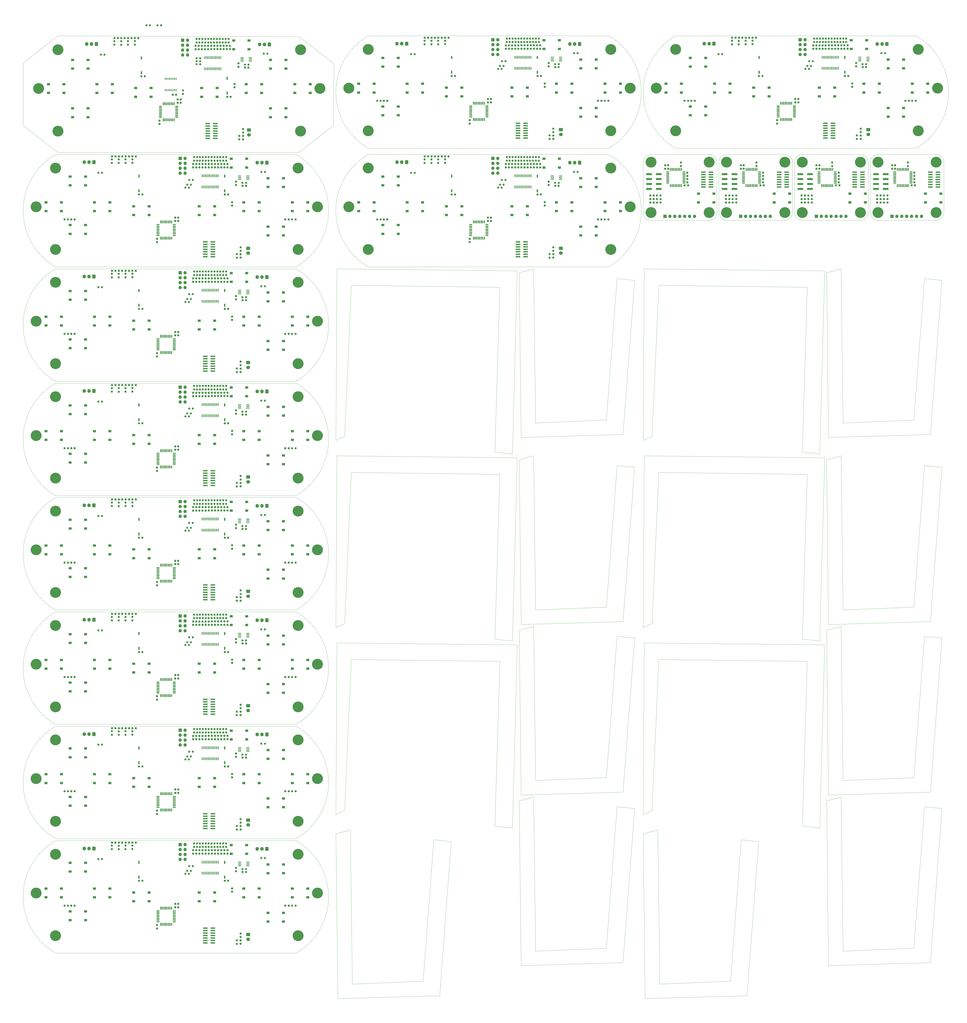
<source format=gbr>
%TF.GenerationSoftware,KiCad,Pcbnew,7.0.6-7.0.6~ubuntu20.04.1*%
%TF.CreationDate,2023-07-11T09:00:17+02:00*%
%TF.ProjectId,output_panel2023-07-11_065927.5376850000,6f757470-7574-45f7-9061-6e656c323032,rev?*%
%TF.SameCoordinates,Original*%
%TF.FileFunction,Soldermask,Top*%
%TF.FilePolarity,Negative*%
%FSLAX45Y45*%
G04 Gerber Fmt 4.5, Leading zero omitted, Abs format (unit mm)*
G04 Created by KiCad (PCBNEW 7.0.6-7.0.6~ubuntu20.04.1) date 2023-07-11 09:00:17*
%MOMM*%
%LPD*%
G01*
G04 APERTURE LIST*
G04 Aperture macros list*
%AMRoundRect*
0 Rectangle with rounded corners*
0 $1 Rounding radius*
0 $2 $3 $4 $5 $6 $7 $8 $9 X,Y pos of 4 corners*
0 Add a 4 corners polygon primitive as box body*
4,1,4,$2,$3,$4,$5,$6,$7,$8,$9,$2,$3,0*
0 Add four circle primitives for the rounded corners*
1,1,$1+$1,$2,$3*
1,1,$1+$1,$4,$5*
1,1,$1+$1,$6,$7*
1,1,$1+$1,$8,$9*
0 Add four rect primitives between the rounded corners*
20,1,$1+$1,$2,$3,$4,$5,0*
20,1,$1+$1,$4,$5,$6,$7,0*
20,1,$1+$1,$6,$7,$8,$9,0*
20,1,$1+$1,$8,$9,$2,$3,0*%
G04 Aperture macros list end*
%TA.AperFunction,Profile*%
%ADD10C,0.050000*%
%TD*%
%TA.AperFunction,Profile*%
%ADD11C,0.100000*%
%TD*%
%ADD12C,5.600000*%
%ADD13R,1.550000X1.300000*%
%ADD14RoundRect,0.237500X-0.250000X-0.237500X0.250000X-0.237500X0.250000X0.237500X-0.250000X0.237500X0*%
%ADD15RoundRect,0.237500X-0.237500X0.287500X-0.237500X-0.287500X0.237500X-0.287500X0.237500X0.287500X0*%
%ADD16RoundRect,0.237500X0.287500X0.237500X-0.287500X0.237500X-0.287500X-0.237500X0.287500X-0.237500X0*%
%ADD17RoundRect,0.237500X-0.237500X0.300000X-0.237500X-0.300000X0.237500X-0.300000X0.237500X0.300000X0*%
%ADD18R,2.400000X0.740000*%
%ADD19R,1.700000X1.700000*%
%ADD20O,1.700000X1.700000*%
%ADD21RoundRect,0.237500X0.237500X-0.250000X0.237500X0.250000X-0.237500X0.250000X-0.237500X-0.250000X0*%
%ADD22RoundRect,0.237500X0.250000X0.237500X-0.250000X0.237500X-0.250000X-0.237500X0.250000X-0.237500X0*%
%ADD23RoundRect,0.237500X-0.300000X-0.237500X0.300000X-0.237500X0.300000X0.237500X-0.300000X0.237500X0*%
%ADD24RoundRect,0.237500X0.237500X-0.300000X0.237500X0.300000X-0.237500X0.300000X-0.237500X-0.300000X0*%
%ADD25RoundRect,0.237500X-0.287500X-0.237500X0.287500X-0.237500X0.287500X0.237500X-0.287500X0.237500X0*%
%ADD26RoundRect,0.237500X-0.237500X0.250000X-0.237500X-0.250000X0.237500X-0.250000X0.237500X0.250000X0*%
%ADD27R,0.760000X1.600000*%
%ADD28RoundRect,0.100000X-0.712500X-0.100000X0.712500X-0.100000X0.712500X0.100000X-0.712500X0.100000X0*%
%ADD29RoundRect,0.250000X0.600000X0.725000X-0.600000X0.725000X-0.600000X-0.725000X0.600000X-0.725000X0*%
%ADD30O,1.700000X1.950000*%
%ADD31RoundRect,0.100000X0.100000X-0.637500X0.100000X0.637500X-0.100000X0.637500X-0.100000X-0.637500X0*%
%ADD32RoundRect,0.237500X0.300000X0.237500X-0.300000X0.237500X-0.300000X-0.237500X0.300000X-0.237500X0*%
%ADD33RoundRect,0.125000X0.125000X-0.625000X0.125000X0.625000X-0.125000X0.625000X-0.125000X-0.625000X0*%
%ADD34RoundRect,0.125000X0.625000X-0.125000X0.625000X0.125000X-0.625000X0.125000X-0.625000X-0.125000X0*%
%ADD35R,0.400000X1.000000*%
%ADD36RoundRect,0.125000X0.625000X0.125000X-0.625000X0.125000X-0.625000X-0.125000X0.625000X-0.125000X0*%
%ADD37RoundRect,0.125000X0.125000X0.625000X-0.125000X0.625000X-0.125000X-0.625000X0.125000X-0.625000X0*%
%ADD38R,3.000000X1.000000*%
%ADD39RoundRect,0.250000X-0.750000X0.600000X-0.750000X-0.600000X0.750000X-0.600000X0.750000X0.600000X0*%
%ADD40O,2.000000X1.700000*%
G04 APERTURE END LIST*
D10*
X32017643Y-40219379D02*
X32067643Y-31369379D01*
X14123822Y-17870000D02*
G75*
G03*
X14123822Y-12070000I-1674316J2900000D01*
G01*
X25619977Y-39514585D02*
X25719977Y-48014585D01*
X32817643Y-22569688D02*
X32467643Y-30369688D01*
X46517622Y-39814585D02*
X45967622Y-47114585D01*
D11*
X47517640Y-6570000D02*
G75*
G03*
X47117643Y-6170000I-400000J0D01*
G01*
X32017640Y-9170000D02*
G75*
G03*
X32417643Y-9570000I400000J0D01*
G01*
X47117643Y-9570003D02*
G75*
G03*
X47517643Y-9170000I-3J400003D01*
G01*
X17843821Y-5850000D02*
X30243821Y-5850000D01*
D10*
X42217622Y-12068311D02*
X41467622Y-12268311D01*
X30119977Y-38316294D02*
X26469977Y-38466294D01*
X47417622Y-12668311D02*
X46517622Y-12568311D01*
X22119996Y-41617385D02*
X21219996Y-41517385D01*
X25619977Y-12268311D02*
X25719977Y-20768311D01*
X14123822Y-23770000D02*
G75*
G03*
X14123822Y-17970000I-1674316J2900000D01*
G01*
X25719977Y-39216294D02*
X30969977Y-39066294D01*
X24619998Y-13019997D02*
X16969998Y-12919997D01*
X42317622Y-29668003D02*
X42217622Y-21718003D01*
D11*
X1723822Y-41470000D02*
X14123822Y-41470000D01*
X1850000Y-50000D02*
X14270000Y-90000D01*
D10*
X46517622Y-22218003D02*
X45967622Y-29518003D01*
X40467643Y-32319379D02*
X32817643Y-32219379D01*
D11*
X35917640Y-9170000D02*
G75*
G03*
X36317643Y-9570000I400000J0D01*
G01*
X43617640Y-6570000D02*
G75*
G03*
X43217643Y-6170000I-400000J0D01*
G01*
D10*
X25269998Y-21619997D02*
X24369998Y-21519997D01*
X21219996Y-41517385D02*
X20669996Y-48817385D01*
X26369977Y-21718003D02*
X25619977Y-21918003D01*
X16269995Y-49717385D02*
X21519996Y-49567385D01*
X20669996Y-48817385D02*
X17019996Y-48967385D01*
D11*
X47517643Y-6570000D02*
X47517643Y-9170000D01*
D10*
X41117643Y-31269688D02*
X40217643Y-31169688D01*
X1723822Y-23870000D02*
G75*
G03*
X1723822Y-29670000I1674316J-2900000D01*
G01*
D11*
X16050000Y-4670000D02*
X14250000Y-6070000D01*
D10*
X31569977Y-39914585D02*
X30669977Y-39814585D01*
X16619998Y-30369688D02*
X16169998Y-30569688D01*
D11*
X14270000Y-90000D02*
X16070000Y-1480000D01*
D10*
X30119977Y-47114585D02*
X26469977Y-47264585D01*
X41367643Y-12169997D02*
X41117643Y-21619997D01*
X40217643Y-21519997D02*
X40467643Y-13019997D01*
X40217643Y-40819379D02*
X40467643Y-32319379D01*
X30119977Y-29518003D02*
X26469977Y-29668003D01*
X32817643Y-32219379D02*
X32467643Y-40019379D01*
X46817622Y-30268003D02*
X47417622Y-22318003D01*
X32017643Y-20919997D02*
X32067643Y-12069997D01*
D11*
X1723822Y-35570000D02*
X14123822Y-35570000D01*
X35817640Y-6570000D02*
G75*
G03*
X35417643Y-6170000I-400000J0D01*
G01*
D10*
X16969998Y-32219379D02*
X16619998Y-40019379D01*
X25719977Y-48014585D02*
X30969977Y-47864585D01*
X31569977Y-31116294D02*
X30669977Y-31016294D01*
X30969977Y-30268003D02*
X31569977Y-22318003D01*
X24619998Y-22669688D02*
X16969998Y-22569688D01*
X26469977Y-29668003D02*
X26369977Y-21718003D01*
D11*
X32017643Y-9170000D02*
X32017643Y-6570000D01*
X1723822Y-23770000D02*
X14123822Y-23770000D01*
X44117643Y-6170003D02*
G75*
G03*
X43717643Y-6570000I-3J-399997D01*
G01*
X35417643Y-9570003D02*
G75*
G03*
X35817643Y-9170000I-3J400003D01*
G01*
X1723822Y-23870000D02*
X14123822Y-23870000D01*
D10*
X30669977Y-39814585D02*
X30119977Y-47114585D01*
X32467643Y-40019379D02*
X32017643Y-40219379D01*
X31569977Y-12668311D02*
X30669977Y-12568311D01*
X46817622Y-39066294D02*
X47417622Y-31116294D01*
D11*
X35917643Y-9170000D02*
X35917643Y-6570000D01*
D10*
X1723822Y-12070000D02*
G75*
G03*
X1723822Y-17870000I1674316J-2900000D01*
G01*
X25719977Y-30418003D02*
X30969977Y-30268003D01*
X17019996Y-48967385D02*
X16919996Y-41017385D01*
D11*
X40217643Y-6170003D02*
G75*
G03*
X39817643Y-6570000I-3J-399997D01*
G01*
D10*
X30243821Y-5850000D02*
G75*
G03*
X30243821Y-50000I-1674316J2900000D01*
G01*
X25619977Y-21918003D02*
X25719977Y-30418003D01*
D11*
X1723822Y-17870000D02*
X14123822Y-17870000D01*
D10*
X30669977Y-12568311D02*
X30119977Y-19868311D01*
X26369977Y-12068311D02*
X25619977Y-12268311D01*
X24369998Y-31169688D02*
X24619998Y-22669688D01*
D11*
X50000Y-1450000D02*
X1850000Y-50000D01*
D10*
X25519998Y-31469379D02*
X25269998Y-40919379D01*
X41467622Y-30716294D02*
X41567622Y-39216294D01*
D11*
X35817643Y-6570000D02*
X35817643Y-9170000D01*
D10*
X41567622Y-20768311D02*
X46817622Y-20618311D01*
X45967622Y-38316294D02*
X42317622Y-38466294D01*
X32117640Y-49717385D02*
X37367640Y-49567385D01*
D11*
X1723822Y-41570000D02*
X14123822Y-41570000D01*
D10*
X41117643Y-40919379D02*
X40217643Y-40819379D01*
X14123822Y-29670000D02*
G75*
G03*
X14123822Y-23870000I-1674316J2900000D01*
G01*
D11*
X50000Y-4670000D02*
X50000Y-1450000D01*
D10*
X46817622Y-20618311D02*
X47417622Y-12668311D01*
X16219998Y-12069997D02*
X25519998Y-12169997D01*
D11*
X39717643Y-6570000D02*
X39717643Y-9170000D01*
X39817643Y-9170000D02*
X39817643Y-6570000D01*
X1723822Y-29670000D02*
X14123822Y-29670000D01*
X43717643Y-9170000D02*
X43717643Y-6570000D01*
D10*
X42217622Y-30516294D02*
X41467622Y-30716294D01*
X46091466Y-5850000D02*
G75*
G03*
X46091466Y-50000I-1674316J2900000D01*
G01*
X30669977Y-22218003D02*
X30119977Y-29518003D01*
X32017640Y-41217385D02*
X32117640Y-49717385D01*
X1723822Y-35670000D02*
G75*
G03*
X1723822Y-41470000I1674316J-2900000D01*
G01*
X41367643Y-31469379D02*
X41117643Y-40919379D01*
X16969998Y-12919997D02*
X16619998Y-20719997D01*
X24369998Y-21519997D02*
X24619998Y-13019997D01*
D11*
X1723822Y-47370000D02*
X14123822Y-47370000D01*
X40217643Y-6170000D02*
X43217643Y-6170000D01*
D10*
X42217622Y-39314585D02*
X41467622Y-39514585D01*
X16619998Y-20719997D02*
X16169998Y-20919997D01*
D11*
X43217643Y-9570000D02*
X40217643Y-9570000D01*
D10*
X32017643Y-30569688D02*
X32067643Y-21719688D01*
X40467643Y-13019997D02*
X32817643Y-12919997D01*
D11*
X32417643Y-6170003D02*
G75*
G03*
X32017643Y-6570000I-3J-399997D01*
G01*
D10*
X36517640Y-48817385D02*
X32867640Y-48967385D01*
D11*
X39817640Y-9170000D02*
G75*
G03*
X40217643Y-9570000I400000J0D01*
G01*
D10*
X26469977Y-38466294D02*
X26369977Y-30516294D01*
X16219998Y-21719688D02*
X25519998Y-21819688D01*
D11*
X43217643Y-9570003D02*
G75*
G03*
X43617643Y-9170000I-3J400003D01*
G01*
D10*
X26369977Y-30516294D02*
X25619977Y-30716294D01*
X14123822Y-11970000D02*
G75*
G03*
X14123822Y-6170000I-1674316J2900000D01*
G01*
D11*
X39317643Y-9570000D02*
X36317643Y-9570000D01*
D10*
X25519998Y-21819688D02*
X25269998Y-31269688D01*
D11*
X1723822Y-17970000D02*
X14123822Y-17970000D01*
X47117643Y-9570000D02*
X44117643Y-9570000D01*
D10*
X37967640Y-41617385D02*
X37067640Y-41517385D01*
X41567622Y-39216294D02*
X46817622Y-39066294D01*
X16219998Y-31369379D02*
X25519998Y-31469379D01*
X30969977Y-47864585D02*
X31569977Y-39914585D01*
X40217643Y-31169688D02*
X40467643Y-22669688D01*
X21519996Y-49567385D02*
X22119996Y-41617385D01*
D11*
X43717640Y-9170000D02*
G75*
G03*
X44117643Y-9570000I400000J0D01*
G01*
D10*
X46517622Y-31016294D02*
X45967622Y-38316294D01*
X40467643Y-22669688D02*
X32817643Y-22569688D01*
D11*
X43617643Y-6570000D02*
X43617643Y-9170000D01*
D10*
X47417622Y-22318003D02*
X46517622Y-22218003D01*
X41567622Y-48014585D02*
X46817622Y-47864585D01*
D11*
X17843821Y-50000D02*
X30243821Y-50000D01*
D10*
X32867640Y-48967385D02*
X32767640Y-41017385D01*
X32067643Y-21719688D02*
X41367643Y-21819688D01*
D11*
X32417643Y-6170000D02*
X35417643Y-6170000D01*
D10*
X41467622Y-39514585D02*
X41567622Y-48014585D01*
X16969998Y-22569688D02*
X16619998Y-30369688D01*
D11*
X36317643Y-6170003D02*
G75*
G03*
X35917643Y-6570000I-3J-399997D01*
G01*
D10*
X26469977Y-47264585D02*
X26369977Y-39314585D01*
D11*
X44117643Y-6170000D02*
X47117643Y-6170000D01*
D10*
X37367640Y-49567385D02*
X37967640Y-41617385D01*
X41467622Y-21918003D02*
X41567622Y-30418003D01*
X42217622Y-21718003D02*
X41467622Y-21918003D01*
X30243821Y-11970000D02*
G75*
G03*
X30243821Y-6170000I-1674316J2900000D01*
G01*
X25719977Y-20768311D02*
X30969977Y-20618311D01*
X1723822Y-17970000D02*
G75*
G03*
X1723822Y-23770000I1674316J-2900000D01*
G01*
X24369998Y-40819379D02*
X24619998Y-32319379D01*
X17843822Y-6170000D02*
G75*
G03*
X17843821Y-11970000I1674316J-2900000D01*
G01*
X32467643Y-20719997D02*
X32017643Y-20919997D01*
X41117643Y-21619997D02*
X40217643Y-21519997D01*
D11*
X36317643Y-6170000D02*
X39317643Y-6170000D01*
D10*
X31569977Y-22318003D02*
X30669977Y-22218003D01*
X42317622Y-20018311D02*
X42217622Y-12068311D01*
X14123822Y-47370000D02*
G75*
G03*
X14123822Y-41570000I-1674316J2900000D01*
G01*
X32467643Y-30369688D02*
X32017643Y-30569688D01*
X30969977Y-20618311D02*
X31569977Y-12668311D01*
X17843821Y-50000D02*
G75*
G03*
X17843821Y-5850000I1674316J-2900000D01*
G01*
X30119977Y-19868311D02*
X26469977Y-20018311D01*
X16919996Y-41017385D02*
X16169995Y-41217385D01*
D11*
X39317643Y-9570003D02*
G75*
G03*
X39717643Y-9170000I-3J400003D01*
G01*
D10*
X25269998Y-40919379D02*
X24369998Y-40819379D01*
D11*
X1723822Y-35670000D02*
X14123822Y-35670000D01*
X17843821Y-11970000D02*
X30243821Y-11970000D01*
D10*
X42317622Y-47264585D02*
X42217622Y-39314585D01*
X1723822Y-29770000D02*
G75*
G03*
X1723822Y-35570000I1674316J-2900000D01*
G01*
D11*
X1723822Y-29770000D02*
X14123822Y-29770000D01*
X39717640Y-6570000D02*
G75*
G03*
X39317643Y-6170000I-400000J0D01*
G01*
D10*
X30669977Y-31016294D02*
X30119977Y-38316294D01*
X14123822Y-41470000D02*
G75*
G03*
X14123822Y-35670000I-1674316J2900000D01*
G01*
D11*
X1723822Y-6170000D02*
X14123822Y-6170000D01*
D10*
X25619977Y-30716294D02*
X25719977Y-39216294D01*
D11*
X33691466Y-50000D02*
X46091466Y-50000D01*
D10*
X32767640Y-41017385D02*
X32017640Y-41217385D01*
D11*
X1850000Y-6070000D02*
X50000Y-4670000D01*
D10*
X16169998Y-30569688D02*
X16219998Y-21719688D01*
X32817643Y-12919997D02*
X32467643Y-20719997D01*
X26369977Y-39314585D02*
X25619977Y-39514585D01*
D11*
X33691466Y-5850000D02*
X46091466Y-5850000D01*
D10*
X24619998Y-32319379D02*
X16969998Y-32219379D01*
X41467622Y-12268311D02*
X41567622Y-20768311D01*
X33691466Y-50000D02*
G75*
G03*
X33691466Y-5850000I1674316J-2900000D01*
G01*
X45967622Y-29518003D02*
X42317622Y-29668003D01*
D11*
X1723822Y-11970000D02*
X14123822Y-11970000D01*
X35417643Y-9570000D02*
X32417643Y-9570000D01*
D10*
X25519998Y-12169997D02*
X25269998Y-21619997D01*
X45967622Y-47114585D02*
X42317622Y-47264585D01*
X46517622Y-12568311D02*
X45967622Y-19868311D01*
D11*
X14250000Y-6070000D02*
X1850000Y-6070000D01*
D10*
X37067640Y-41517385D02*
X36517640Y-48817385D01*
X41367643Y-21819688D02*
X41117643Y-31269688D01*
X1723822Y-41570000D02*
G75*
G03*
X1723822Y-47370000I1674316J-2900000D01*
G01*
D11*
X16070000Y-1480000D02*
X16050000Y-4670000D01*
D10*
X14123822Y-35570000D02*
G75*
G03*
X14123822Y-29770000I-1674316J2900000D01*
G01*
D11*
X1723822Y-12070000D02*
X14123822Y-12070000D01*
D10*
X16169995Y-41217385D02*
X16269995Y-49717385D01*
X30969977Y-39066294D02*
X31569977Y-31116294D01*
D11*
X17843821Y-6170000D02*
X30243821Y-6170000D01*
D10*
X46817622Y-47864585D02*
X47417622Y-39914585D01*
X25269998Y-31269688D02*
X24369998Y-31169688D01*
X16169998Y-20919997D02*
X16219998Y-12069997D01*
X26469977Y-20018311D02*
X26369977Y-12068311D01*
X16619998Y-40019379D02*
X16169998Y-40219379D01*
X42317622Y-38466294D02*
X42217622Y-30516294D01*
X47417622Y-31116294D02*
X46517622Y-31016294D01*
X41567622Y-30418003D02*
X46817622Y-30268003D01*
X47417622Y-39914585D02*
X46517622Y-39814585D01*
X1723822Y-6170000D02*
G75*
G03*
X1723822Y-11970000I1674316J-2900000D01*
G01*
X45967622Y-19868311D02*
X42317622Y-20018311D01*
X32067643Y-31369379D02*
X41367643Y-31469379D01*
X16169998Y-40219379D02*
X16219998Y-31369379D01*
X32067643Y-12069997D02*
X41367643Y-12169997D01*
D12*
X30343821Y-11070000D03*
D13*
X13926322Y-44045000D03*
X14721322Y-44045000D03*
X13926322Y-44495000D03*
X14721322Y-44495000D03*
D14*
X3932572Y-7120000D03*
X4115072Y-7120000D03*
D15*
X26221321Y-542500D03*
X26221321Y-717500D03*
D16*
X32557018Y-8290000D03*
X32382018Y-8290000D03*
D13*
X2602500Y-3795000D03*
X3397500Y-3795000D03*
X2602500Y-4245000D03*
X3397500Y-4245000D03*
X10776322Y-41795000D03*
X11571322Y-41795000D03*
X10776322Y-42245000D03*
X11571322Y-42245000D03*
D17*
X10823322Y-32232000D03*
X10823322Y-32404500D03*
D14*
X8413572Y-13780000D03*
X8596072Y-13780000D03*
D18*
X25561321Y-4563000D03*
X25951321Y-4563000D03*
X25561321Y-4690000D03*
X25951321Y-4690000D03*
X25561321Y-4817000D03*
X25951321Y-4817000D03*
X25561321Y-4944000D03*
X25951321Y-4944000D03*
X25561321Y-5071000D03*
X25951321Y-5071000D03*
X25561321Y-5198000D03*
X25951321Y-5198000D03*
X25561321Y-5325000D03*
X25951321Y-5325000D03*
D13*
X34443966Y-3695000D03*
X35238966Y-3695000D03*
X34443966Y-4145000D03*
X35238966Y-4145000D03*
D19*
X40942643Y-9360000D03*
D20*
X41196643Y-9360000D03*
X41450643Y-9360000D03*
X41704643Y-9360000D03*
X41958643Y-9360000D03*
X42212643Y-9360000D03*
X42466643Y-9360000D03*
D21*
X41881466Y-372500D03*
X41881466Y-190000D03*
D17*
X11263822Y-34917500D03*
X11263822Y-35090000D03*
D22*
X40663716Y-1610000D03*
X40481216Y-1610000D03*
D12*
X32417643Y-6570000D03*
D23*
X26567071Y-2120000D03*
X26739571Y-2120000D03*
D12*
X14223822Y-36370000D03*
D15*
X8816322Y-18465000D03*
X8816322Y-18640000D03*
D12*
X15223822Y-20670000D03*
D22*
X2365870Y-9525000D03*
X2183370Y-9525000D03*
D24*
X33147643Y-6906250D03*
X33147643Y-6733750D03*
D17*
X11028822Y-37073750D03*
X11028822Y-37246250D03*
D15*
X41748966Y-542500D03*
X41748966Y-717500D03*
D23*
X10573250Y-3197000D03*
X10745750Y-3197000D03*
D17*
X11028822Y-7573750D03*
X11028822Y-7746250D03*
D14*
X36628268Y-8470000D03*
X36810768Y-8470000D03*
D22*
X2365870Y-27225000D03*
X2183370Y-27225000D03*
D21*
X10213822Y-41892500D03*
X10213822Y-41710000D03*
D14*
X12332572Y-24770000D03*
X12515072Y-24770000D03*
D25*
X11362322Y-43190000D03*
X11537322Y-43190000D03*
D18*
X47212643Y-7851000D03*
X46822643Y-7851000D03*
X47212643Y-7724000D03*
X46822643Y-7724000D03*
X47212643Y-7597000D03*
X46822643Y-7597000D03*
X47212643Y-7470000D03*
X46822643Y-7470000D03*
X47212643Y-7343000D03*
X46822643Y-7343000D03*
X47212643Y-7216000D03*
X46822643Y-7216000D03*
X47212643Y-7089000D03*
X46822643Y-7089000D03*
D13*
X3852500Y-2545000D03*
X4647500Y-2545000D03*
X3852500Y-2995000D03*
X4647500Y-2995000D03*
D14*
X11358572Y-31237600D03*
X11541072Y-31237600D03*
D12*
X723822Y-26570000D03*
X14223822Y-30470000D03*
D21*
X10063822Y-24192500D03*
X10063822Y-24010000D03*
X10213822Y-12392500D03*
X10213822Y-12210000D03*
D26*
X4626322Y-30026250D03*
X4626322Y-30208750D03*
D14*
X36628268Y-8290000D03*
X36810768Y-8290000D03*
D13*
X12676322Y-25095000D03*
X13471322Y-25095000D03*
X12676322Y-25545000D03*
X13471322Y-25545000D03*
D18*
X9441322Y-40183000D03*
X9831322Y-40183000D03*
X9441322Y-40310000D03*
X9831322Y-40310000D03*
X9441322Y-40437000D03*
X9831322Y-40437000D03*
X9441322Y-40564000D03*
X9831322Y-40564000D03*
X9441322Y-40691000D03*
X9831322Y-40691000D03*
X9441322Y-40818000D03*
X9831322Y-40818000D03*
X9441322Y-40945000D03*
X9831322Y-40945000D03*
D26*
X11263822Y-34558750D03*
X11263822Y-34741250D03*
D13*
X18596321Y-1195000D03*
X19391321Y-1195000D03*
X18596321Y-1645000D03*
X19391321Y-1645000D03*
D21*
X33959643Y-6768250D03*
X33959643Y-6585750D03*
X10513822Y-35992500D03*
X10513822Y-35810000D03*
D12*
X31343821Y-8870000D03*
D13*
X12676322Y-13295000D03*
X13471322Y-13295000D03*
X12676322Y-13745000D03*
X13471322Y-13745000D03*
D27*
X6023822Y-25751000D03*
X6023822Y-24989000D03*
D15*
X9619822Y-36163750D03*
X9619822Y-36338750D03*
D28*
X11212572Y-7272500D03*
X11212572Y-7337500D03*
X11212572Y-7402500D03*
X11212572Y-7467500D03*
X11635072Y-7467500D03*
X11635072Y-7402500D03*
X11635072Y-7337500D03*
X11635072Y-7272500D03*
D13*
X34443966Y-1195000D03*
X35238966Y-1195000D03*
X34443966Y-1645000D03*
X35238966Y-1645000D03*
D25*
X4986322Y-35770000D03*
X5161322Y-35770000D03*
D16*
X40357018Y-8650000D03*
X40182018Y-8650000D03*
D17*
X27148821Y-7573750D03*
X27148821Y-7746250D03*
D13*
X3726322Y-8645000D03*
X4521322Y-8645000D03*
X3726322Y-9095000D03*
X4521322Y-9095000D03*
X27546321Y-2525000D03*
X28341321Y-2525000D03*
X27546321Y-2975000D03*
X28341321Y-2975000D03*
D21*
X25433821Y-372500D03*
X25433821Y-190000D03*
X9313822Y-41892500D03*
X9313822Y-41710000D03*
X10513822Y-30092500D03*
X10513822Y-29910000D03*
D22*
X8796072Y-7480000D03*
X8613572Y-7480000D03*
D26*
X5328822Y-35926250D03*
X5328822Y-36108750D03*
D13*
X35693966Y-2525000D03*
X36488966Y-2525000D03*
X35693966Y-2975000D03*
X36488966Y-2975000D03*
D14*
X36628268Y-8650000D03*
X36810768Y-8650000D03*
D21*
X10513822Y-6492500D03*
X10513822Y-6310000D03*
D29*
X19818821Y-452500D03*
D30*
X19568821Y-452500D03*
X19318821Y-452500D03*
D17*
X10823322Y-44032000D03*
X10823322Y-44204500D03*
D15*
X26061321Y-6662500D03*
X26061321Y-6837500D03*
D25*
X4636322Y-29870000D03*
X4811322Y-29870000D03*
D13*
X12676322Y-27595000D03*
X13471322Y-27595000D03*
X12676322Y-28045000D03*
X13471322Y-28045000D03*
D23*
X10447072Y-37740000D03*
X10619572Y-37740000D03*
D13*
X11552500Y-2545000D03*
X12347500Y-2545000D03*
X11552500Y-2995000D03*
X12347500Y-2995000D03*
X9126322Y-26545000D03*
X9921322Y-26545000D03*
X9126322Y-26995000D03*
X9921322Y-26995000D03*
D23*
X38056643Y-7764000D03*
X38229143Y-7764000D03*
D12*
X15223822Y-32470000D03*
D15*
X9296322Y-30265000D03*
X9296322Y-30440000D03*
D12*
X14223822Y-46470000D03*
D13*
X14052500Y-2545000D03*
X14847500Y-2545000D03*
X14052500Y-2995000D03*
X14847500Y-2995000D03*
D15*
X9941322Y-18462500D03*
X9941322Y-18637500D03*
D28*
X11338750Y-1172500D03*
X11338750Y-1237500D03*
X11338750Y-1302500D03*
X11338750Y-1367500D03*
X11761250Y-1367500D03*
X11761250Y-1302500D03*
X11761250Y-1237500D03*
X11761250Y-1172500D03*
D13*
X25246321Y-8845000D03*
X26041321Y-8845000D03*
X25246321Y-9295000D03*
X26041321Y-9295000D03*
X37714966Y-2725000D03*
X38509966Y-2725000D03*
X37714966Y-3175000D03*
X38509966Y-3175000D03*
X28796321Y-9895000D03*
X29591321Y-9895000D03*
X28796321Y-10345000D03*
X29591321Y-10345000D03*
D27*
X6023822Y-43451000D03*
X6023822Y-42689000D03*
D25*
X5336322Y-41670000D03*
X5511322Y-41670000D03*
D13*
X12676322Y-19195000D03*
X13471322Y-19195000D03*
X12676322Y-19645000D03*
X13471322Y-19645000D03*
X2476322Y-7315000D03*
X3271322Y-7315000D03*
X2476322Y-7765000D03*
X3271322Y-7765000D03*
D18*
X9441322Y-16583000D03*
X9831322Y-16583000D03*
X9441322Y-16710000D03*
X9831322Y-16710000D03*
X9441322Y-16837000D03*
X9831322Y-16837000D03*
X9441322Y-16964000D03*
X9831322Y-16964000D03*
X9441322Y-17091000D03*
X9831322Y-17091000D03*
X9441322Y-17218000D03*
X9831322Y-17218000D03*
X9441322Y-17345000D03*
X9831322Y-17345000D03*
D13*
X2476322Y-21615000D03*
X3271322Y-21615000D03*
X2476322Y-22065000D03*
X3271322Y-22065000D03*
D26*
X11063822Y-23112500D03*
X11063822Y-23295000D03*
D12*
X15350000Y-2770000D03*
D13*
X3726322Y-38145000D03*
X4521322Y-38145000D03*
X3726322Y-38595000D03*
X4521322Y-38595000D03*
D25*
X37303966Y-150000D03*
X37478966Y-150000D03*
D17*
X10823322Y-38132000D03*
X10823322Y-38304500D03*
X11155000Y-1473750D03*
X11155000Y-1646250D03*
D25*
X4636322Y-12170000D03*
X4811322Y-12170000D03*
D13*
X19846321Y-2525000D03*
X20641321Y-2525000D03*
X19846321Y-2975000D03*
X20641321Y-2975000D03*
D14*
X8413572Y-37380000D03*
X8596072Y-37380000D03*
D21*
X10063822Y-18292500D03*
X10063822Y-18110000D03*
D13*
X12676322Y-42795000D03*
X13471322Y-42795000D03*
X12676322Y-43245000D03*
X13471322Y-43245000D03*
D14*
X13913775Y-27225000D03*
X14096275Y-27225000D03*
X32728268Y-8650000D03*
X32910768Y-8650000D03*
X32728268Y-8290000D03*
X32910768Y-8290000D03*
D13*
X10776322Y-24095000D03*
X11571322Y-24095000D03*
X10776322Y-24545000D03*
X11571322Y-24545000D03*
D21*
X10363822Y-18292500D03*
X10363822Y-18110000D03*
D13*
X28796321Y-3775000D03*
X29591321Y-3775000D03*
X28796321Y-4225000D03*
X29591321Y-4225000D03*
D31*
X9400900Y-1747650D03*
X9465900Y-1747650D03*
X9530900Y-1747650D03*
X9595900Y-1747650D03*
X9660900Y-1747650D03*
X9725900Y-1747650D03*
X9790900Y-1747650D03*
X9855900Y-1747650D03*
X9920900Y-1747650D03*
X9985900Y-1747650D03*
X10050900Y-1747650D03*
X10115900Y-1747650D03*
X10180900Y-1747650D03*
X10245900Y-1747650D03*
X10245900Y-1175150D03*
X10180900Y-1175150D03*
X10115900Y-1175150D03*
X10050900Y-1175150D03*
X9985900Y-1175150D03*
X9920900Y-1175150D03*
X9855900Y-1175150D03*
X9790900Y-1175150D03*
X9725900Y-1175150D03*
X9660900Y-1175150D03*
X9595900Y-1175150D03*
X9530900Y-1175150D03*
X9465900Y-1175150D03*
X9400900Y-1175150D03*
D15*
X10583822Y-30262500D03*
X10583822Y-30437500D03*
X9781322Y-30262500D03*
X9781322Y-30437500D03*
D23*
X45856643Y-7764000D03*
X46029143Y-7764000D03*
D12*
X1723822Y-34670000D03*
D13*
X2476322Y-42715000D03*
X3271322Y-42715000D03*
X2476322Y-43165000D03*
X3271322Y-43165000D03*
X3726322Y-44045000D03*
X4521322Y-44045000D03*
X3726322Y-44495000D03*
X4521322Y-44495000D03*
D21*
X9160822Y-35992500D03*
X9160822Y-35810000D03*
D22*
X24916071Y-1360000D03*
X24733571Y-1360000D03*
X40763716Y-1360000D03*
X40581216Y-1360000D03*
D29*
X12614222Y-12496200D03*
D30*
X12364222Y-12496200D03*
X12114222Y-12496200D03*
D12*
X15223822Y-26570000D03*
D15*
X9619822Y-42063750D03*
X9619822Y-42238750D03*
D13*
X12676322Y-7395000D03*
X13471322Y-7395000D03*
X12676322Y-7845000D03*
X13471322Y-7845000D03*
D19*
X8143822Y-6376000D03*
D20*
X8397822Y-6376000D03*
X8143822Y-6630000D03*
X8397822Y-6630000D03*
X8143822Y-6884000D03*
X8397822Y-6884000D03*
X8143822Y-7138000D03*
X8397822Y-7138000D03*
D12*
X46191466Y-750000D03*
D14*
X6017572Y-31840000D03*
X6200072Y-31840000D03*
D15*
X26541321Y-542500D03*
X26541321Y-717500D03*
D29*
X28734221Y-476200D03*
D30*
X28484221Y-476200D03*
X28234221Y-476200D03*
D15*
X9941322Y-12562500D03*
X9941322Y-12737500D03*
D25*
X21806321Y-150000D03*
X21981321Y-150000D03*
D14*
X3932572Y-18920000D03*
X4115072Y-18920000D03*
D21*
X40831466Y-372500D03*
X40831466Y-190000D03*
D12*
X1850000Y-4970000D03*
D14*
X3932572Y-13020000D03*
X4115072Y-13020000D03*
D27*
X22143821Y-8051000D03*
X22143821Y-7289000D03*
D25*
X5812500Y-170000D03*
X5987500Y-170000D03*
D12*
X36317643Y-9170000D03*
D14*
X8413572Y-7880000D03*
X8596072Y-7880000D03*
D12*
X723822Y-14770000D03*
D32*
X13741275Y-44925000D03*
X13568775Y-44925000D03*
D21*
X9913822Y-18292500D03*
X9913822Y-18110000D03*
D32*
X13741275Y-9525000D03*
X13568775Y-9525000D03*
D15*
X8976222Y-18465000D03*
X8976222Y-18640000D03*
D17*
X10823322Y-26332000D03*
X10823322Y-26504500D03*
D21*
X9613822Y-12392500D03*
X9613822Y-12210000D03*
D15*
X9941322Y-6662500D03*
X9941322Y-6837500D03*
D21*
X9013822Y-41892500D03*
X9013822Y-41710000D03*
D29*
X3698822Y-41972500D03*
D30*
X3448822Y-41972500D03*
X3198822Y-41972500D03*
D22*
X8696072Y-37230000D03*
X8513572Y-37230000D03*
D13*
X5747322Y-14745000D03*
X6542322Y-14745000D03*
X5747322Y-15195000D03*
X6542322Y-15195000D03*
D17*
X24013821Y-9430950D03*
X24013821Y-9603450D03*
D13*
X12676322Y-15795000D03*
X13471322Y-15795000D03*
X12676322Y-16245000D03*
X13471322Y-16245000D03*
X2476322Y-15715000D03*
X3271322Y-15715000D03*
X2476322Y-16165000D03*
X3271322Y-16165000D03*
D17*
X8172400Y-3330950D03*
X8172400Y-3503450D03*
D22*
X24816071Y-7730000D03*
X24633571Y-7730000D03*
D29*
X35666466Y-452500D03*
D30*
X35416466Y-452500D03*
X35166466Y-452500D03*
D31*
X25394721Y-1727650D03*
X25459721Y-1727650D03*
X25524721Y-1727650D03*
X25589721Y-1727650D03*
X25654721Y-1727650D03*
X25719721Y-1727650D03*
X25784721Y-1727650D03*
X25849721Y-1727650D03*
X25914721Y-1727650D03*
X25979721Y-1727650D03*
X26044721Y-1727650D03*
X26109721Y-1727650D03*
X26174721Y-1727650D03*
X26239721Y-1727650D03*
X26239721Y-1155150D03*
X26174721Y-1155150D03*
X26109721Y-1155150D03*
X26044721Y-1155150D03*
X25979721Y-1155150D03*
X25914721Y-1155150D03*
X25849721Y-1155150D03*
X25784721Y-1155150D03*
X25719721Y-1155150D03*
X25654721Y-1155150D03*
X25589721Y-1155150D03*
X25524721Y-1155150D03*
X25459721Y-1155150D03*
X25394721Y-1155150D03*
D21*
X9463822Y-18292500D03*
X9463822Y-18110000D03*
D15*
X10261322Y-42062500D03*
X10261322Y-42237500D03*
D26*
X5683822Y-6421250D03*
X5683822Y-6603750D03*
D15*
X9456322Y-36165000D03*
X9456322Y-36340000D03*
D17*
X10823322Y-8632000D03*
X10823322Y-8804500D03*
D24*
X42093643Y-7281250D03*
X42093643Y-7108750D03*
D17*
X40013866Y-3310950D03*
X40013866Y-3483450D03*
D13*
X2476322Y-39315000D03*
X3271322Y-39315000D03*
X2476322Y-39765000D03*
X3271322Y-39765000D03*
D15*
X10261322Y-12562500D03*
X10261322Y-12737500D03*
D24*
X45993643Y-7611500D03*
X45993643Y-7439000D03*
D32*
X13741275Y-15425000D03*
X13568775Y-15425000D03*
D17*
X11028822Y-25273750D03*
X11028822Y-25446250D03*
D12*
X14223822Y-42270000D03*
D15*
X25739821Y-543750D03*
X25739821Y-718750D03*
D22*
X8796072Y-42880000D03*
X8613572Y-42880000D03*
D26*
X4976322Y-41828750D03*
X4976322Y-42011250D03*
D33*
X39111466Y-4367500D03*
X39191466Y-4367500D03*
X39271466Y-4367500D03*
X39351466Y-4367500D03*
X39431466Y-4367500D03*
X39511466Y-4367500D03*
X39591466Y-4367500D03*
X39671466Y-4367500D03*
D34*
X39808966Y-4230000D03*
X39808966Y-4150000D03*
X39808966Y-4070000D03*
X39808966Y-3990000D03*
X39808966Y-3910000D03*
X39808966Y-3830000D03*
X39808966Y-3750000D03*
X39808966Y-3670000D03*
D33*
X39671466Y-3532500D03*
X39591466Y-3532500D03*
X39511466Y-3532500D03*
X39431466Y-3532500D03*
X39351466Y-3532500D03*
X39271466Y-3532500D03*
X39191466Y-3532500D03*
X39111466Y-3532500D03*
D34*
X38973966Y-3670000D03*
X38973966Y-3750000D03*
X38973966Y-3830000D03*
X38973966Y-3910000D03*
X38973966Y-3990000D03*
X38973966Y-4070000D03*
X38973966Y-4150000D03*
X38973966Y-4230000D03*
D12*
X723822Y-38370000D03*
D18*
X9441322Y-10683000D03*
X9831322Y-10683000D03*
X9441322Y-10810000D03*
X9831322Y-10810000D03*
X9441322Y-10937000D03*
X9831322Y-10937000D03*
X9441322Y-11064000D03*
X9831322Y-11064000D03*
X9441322Y-11191000D03*
X9831322Y-11191000D03*
X9441322Y-11318000D03*
X9831322Y-11318000D03*
X9441322Y-11445000D03*
X9831322Y-11445000D03*
D15*
X9941322Y-30262500D03*
X9941322Y-30437500D03*
D25*
X5686322Y-18070000D03*
X5861322Y-18070000D03*
D23*
X10447072Y-31840000D03*
X10619572Y-31840000D03*
D13*
X9126322Y-38345000D03*
X9921322Y-38345000D03*
X9126322Y-38795000D03*
X9921322Y-38795000D03*
D28*
X11212572Y-13172500D03*
X11212572Y-13237500D03*
X11212572Y-13302500D03*
X11212572Y-13367500D03*
X11635072Y-13367500D03*
X11635072Y-13302500D03*
X11635072Y-13237500D03*
X11635072Y-13172500D03*
D12*
X43217643Y-6570000D03*
D17*
X11390000Y-5217500D03*
X11390000Y-5390000D03*
D25*
X4986322Y-12170000D03*
X5161322Y-12170000D03*
D18*
X39412643Y-7851000D03*
X39022643Y-7851000D03*
X39412643Y-7724000D03*
X39022643Y-7724000D03*
X39412643Y-7597000D03*
X39022643Y-7597000D03*
X39412643Y-7470000D03*
X39022643Y-7470000D03*
X39412643Y-7343000D03*
X39022643Y-7343000D03*
X39412643Y-7216000D03*
X39022643Y-7216000D03*
X39412643Y-7089000D03*
X39022643Y-7089000D03*
D13*
X12676322Y-9895000D03*
X13471322Y-9895000D03*
X12676322Y-10345000D03*
X13471322Y-10345000D03*
D14*
X6017572Y-14140000D03*
X6200072Y-14140000D03*
D15*
X9582500Y-565000D03*
X9582500Y-740000D03*
X9136322Y-24365000D03*
X9136322Y-24540000D03*
X9456322Y-12565000D03*
X9456322Y-12740000D03*
D21*
X41431466Y-372500D03*
X41431466Y-190000D03*
X26033821Y-6492500D03*
X26033821Y-6310000D03*
X9160822Y-12392500D03*
X9160822Y-12210000D03*
D31*
X41242366Y-1727650D03*
X41307366Y-1727650D03*
X41372366Y-1727650D03*
X41437366Y-1727650D03*
X41502366Y-1727650D03*
X41567366Y-1727650D03*
X41632366Y-1727650D03*
X41697366Y-1727650D03*
X41762366Y-1727650D03*
X41827366Y-1727650D03*
X41892366Y-1727650D03*
X41957366Y-1727650D03*
X42022366Y-1727650D03*
X42087366Y-1727650D03*
X42087366Y-1155150D03*
X42022366Y-1155150D03*
X41957366Y-1155150D03*
X41892366Y-1155150D03*
X41827366Y-1155150D03*
X41762366Y-1155150D03*
X41697366Y-1155150D03*
X41632366Y-1155150D03*
X41567366Y-1155150D03*
X41502366Y-1155150D03*
X41437366Y-1155150D03*
X41372366Y-1155150D03*
X41307366Y-1155150D03*
X41242366Y-1155150D03*
D18*
X9441322Y-46083000D03*
X9831322Y-46083000D03*
X9441322Y-46210000D03*
X9831322Y-46210000D03*
X9441322Y-46337000D03*
X9831322Y-46337000D03*
X9441322Y-46464000D03*
X9831322Y-46464000D03*
X9441322Y-46591000D03*
X9831322Y-46591000D03*
X9441322Y-46718000D03*
X9831322Y-46718000D03*
X9441322Y-46845000D03*
X9831322Y-46845000D03*
D15*
X10583822Y-42062500D03*
X10583822Y-42237500D03*
D33*
X7143822Y-45887500D03*
X7223822Y-45887500D03*
X7303822Y-45887500D03*
X7383822Y-45887500D03*
X7463822Y-45887500D03*
X7543822Y-45887500D03*
X7623822Y-45887500D03*
X7703822Y-45887500D03*
D34*
X7841322Y-45750000D03*
X7841322Y-45670000D03*
X7841322Y-45590000D03*
X7841322Y-45510000D03*
X7841322Y-45430000D03*
X7841322Y-45350000D03*
X7841322Y-45270000D03*
X7841322Y-45190000D03*
D33*
X7703822Y-45052500D03*
X7623822Y-45052500D03*
X7543822Y-45052500D03*
X7463822Y-45052500D03*
X7383822Y-45052500D03*
X7303822Y-45052500D03*
X7223822Y-45052500D03*
X7143822Y-45052500D03*
D34*
X7006322Y-45190000D03*
X7006322Y-45270000D03*
X7006322Y-45350000D03*
X7006322Y-45430000D03*
X7006322Y-45510000D03*
X7006322Y-45590000D03*
X7006322Y-45670000D03*
X7006322Y-45750000D03*
D33*
X7143822Y-28187500D03*
X7223822Y-28187500D03*
X7303822Y-28187500D03*
X7383822Y-28187500D03*
X7463822Y-28187500D03*
X7543822Y-28187500D03*
X7623822Y-28187500D03*
X7703822Y-28187500D03*
D34*
X7841322Y-28050000D03*
X7841322Y-27970000D03*
X7841322Y-27890000D03*
X7841322Y-27810000D03*
X7841322Y-27730000D03*
X7841322Y-27650000D03*
X7841322Y-27570000D03*
X7841322Y-27490000D03*
D33*
X7703822Y-27352500D03*
X7623822Y-27352500D03*
X7543822Y-27352500D03*
X7463822Y-27352500D03*
X7383822Y-27352500D03*
X7303822Y-27352500D03*
X7223822Y-27352500D03*
X7143822Y-27352500D03*
D34*
X7006322Y-27490000D03*
X7006322Y-27570000D03*
X7006322Y-27650000D03*
X7006322Y-27730000D03*
X7006322Y-27810000D03*
X7006322Y-27890000D03*
X7006322Y-27970000D03*
X7006322Y-28050000D03*
D22*
X18485869Y-3405000D03*
X18303369Y-3405000D03*
D14*
X27478571Y-7637600D03*
X27661071Y-7637600D03*
D12*
X723822Y-20670000D03*
D17*
X11263822Y-40817500D03*
X11263822Y-40990000D03*
D22*
X2365870Y-21325000D03*
X2183370Y-21325000D03*
D21*
X9013822Y-18292500D03*
X9013822Y-18110000D03*
D26*
X21803821Y-6421250D03*
X21803821Y-6603750D03*
D17*
X6954022Y-28223150D03*
X6954022Y-28395650D03*
D25*
X4636322Y-35770000D03*
X4811322Y-35770000D03*
D21*
X9613822Y-41892500D03*
X9613822Y-41710000D03*
D13*
X11426322Y-8645000D03*
X12221322Y-8645000D03*
X11426322Y-9095000D03*
X12221322Y-9095000D03*
X21867321Y-8845000D03*
X22662321Y-8845000D03*
X21867321Y-9295000D03*
X22662321Y-9295000D03*
D25*
X4986322Y-18070000D03*
X5161322Y-18070000D03*
D15*
X10261322Y-36162500D03*
X10261322Y-36337500D03*
D25*
X21456321Y-6270000D03*
X21631321Y-6270000D03*
D22*
X9178050Y-1359800D03*
X8995550Y-1359800D03*
D25*
X5336322Y-12170000D03*
X5511322Y-12170000D03*
D12*
X14223822Y-22870000D03*
D21*
X25883821Y-6492500D03*
X25883821Y-6310000D03*
D28*
X11212572Y-24972500D03*
X11212572Y-25037500D03*
X11212572Y-25102500D03*
X11212572Y-25167500D03*
X11635072Y-25167500D03*
X11635072Y-25102500D03*
X11635072Y-25037500D03*
X11635072Y-24972500D03*
D13*
X44643966Y-3775000D03*
X45438966Y-3775000D03*
X44643966Y-4225000D03*
X45438966Y-4225000D03*
D16*
X32557018Y-8650000D03*
X32382018Y-8650000D03*
D15*
X26221321Y-6662500D03*
X26221321Y-6837500D03*
D21*
X10213822Y-6492500D03*
X10213822Y-6310000D03*
D25*
X4636322Y-23970000D03*
X4811322Y-23970000D03*
D14*
X45881418Y-3405000D03*
X46063918Y-3405000D03*
D28*
X11212572Y-36772500D03*
X11212572Y-36837500D03*
X11212572Y-36902500D03*
X11212572Y-36967500D03*
X11635072Y-36967500D03*
X11635072Y-36902500D03*
X11635072Y-36837500D03*
X11635072Y-36772500D03*
D15*
X9296322Y-24365000D03*
X9296322Y-24540000D03*
D26*
X37296466Y-306250D03*
X37296466Y-488750D03*
D23*
X10447072Y-20040000D03*
X10619572Y-20040000D03*
D21*
X42331466Y-372500D03*
X42331466Y-190000D03*
D14*
X13913775Y-33125000D03*
X14096275Y-33125000D03*
D15*
X8942500Y-565000D03*
X8942500Y-740000D03*
D17*
X11028822Y-42973750D03*
X11028822Y-43146250D03*
D24*
X42093643Y-7611500D03*
X42093643Y-7439000D03*
D25*
X4636322Y-41670000D03*
X4811322Y-41670000D03*
D23*
X2528370Y-9525000D03*
X2700870Y-9525000D03*
D25*
X11362322Y-13690000D03*
X11537322Y-13690000D03*
D14*
X11358572Y-25337600D03*
X11541072Y-25337600D03*
D12*
X35417643Y-6570000D03*
D27*
X10440822Y-43451000D03*
X10440822Y-42689000D03*
D15*
X25576321Y-6665000D03*
X25576321Y-6840000D03*
D26*
X43231466Y-4838750D03*
X43231466Y-5021250D03*
D13*
X41093966Y-2725000D03*
X41888966Y-2725000D03*
X41093966Y-3175000D03*
X41888966Y-3175000D03*
D25*
X11488500Y-1690000D03*
X11663500Y-1690000D03*
D17*
X7893822Y-9430950D03*
X7893822Y-9603450D03*
D14*
X24533571Y-7880000D03*
X24716071Y-7880000D03*
D26*
X4976322Y-35928750D03*
X4976322Y-36111250D03*
D35*
X7365000Y-2850000D03*
X7430000Y-2850000D03*
X7495000Y-2850000D03*
X7560000Y-2850000D03*
X7625000Y-2850000D03*
X7690000Y-2850000D03*
X7755000Y-2850000D03*
X7820000Y-2850000D03*
X7885000Y-2850000D03*
X7950000Y-2850000D03*
X7950000Y-2270000D03*
X7885000Y-2270000D03*
X7820000Y-2270000D03*
X7755000Y-2270000D03*
X7690000Y-2270000D03*
X7625000Y-2270000D03*
X7560000Y-2270000D03*
X7495000Y-2270000D03*
X7430000Y-2270000D03*
X7365000Y-2270000D03*
D15*
X40783966Y-545000D03*
X40783966Y-720000D03*
D18*
X9441322Y-34283000D03*
X9831322Y-34283000D03*
X9441322Y-34410000D03*
X9831322Y-34410000D03*
X9441322Y-34537000D03*
X9831322Y-34537000D03*
X9441322Y-34664000D03*
X9831322Y-34664000D03*
X9441322Y-34791000D03*
X9831322Y-34791000D03*
X9441322Y-34918000D03*
X9831322Y-34918000D03*
X9441322Y-35045000D03*
X9831322Y-35045000D03*
D24*
X37197643Y-6906250D03*
X37197643Y-6733750D03*
D17*
X10949500Y-2532000D03*
X10949500Y-2704500D03*
D15*
X8976222Y-24365000D03*
X8976222Y-24540000D03*
X9102500Y-565000D03*
X9102500Y-740000D03*
D33*
X7143822Y-16387500D03*
X7223822Y-16387500D03*
X7303822Y-16387500D03*
X7383822Y-16387500D03*
X7463822Y-16387500D03*
X7543822Y-16387500D03*
X7623822Y-16387500D03*
X7703822Y-16387500D03*
D34*
X7841322Y-16250000D03*
X7841322Y-16170000D03*
X7841322Y-16090000D03*
X7841322Y-16010000D03*
X7841322Y-15930000D03*
X7841322Y-15850000D03*
X7841322Y-15770000D03*
X7841322Y-15690000D03*
D33*
X7703822Y-15552500D03*
X7623822Y-15552500D03*
X7543822Y-15552500D03*
X7463822Y-15552500D03*
X7383822Y-15552500D03*
X7303822Y-15552500D03*
X7223822Y-15552500D03*
X7143822Y-15552500D03*
D34*
X7006322Y-15690000D03*
X7006322Y-15770000D03*
X7006322Y-15850000D03*
X7006322Y-15930000D03*
X7006322Y-16010000D03*
X7006322Y-16090000D03*
X7006322Y-16170000D03*
X7006322Y-16250000D03*
D26*
X5328822Y-24126250D03*
X5328822Y-24308750D03*
D13*
X27546321Y-8645000D03*
X28341321Y-8645000D03*
X27546321Y-9095000D03*
X28341321Y-9095000D03*
D26*
X21803821Y-301250D03*
X21803821Y-483750D03*
D28*
X27332571Y-1152500D03*
X27332571Y-1217500D03*
X27332571Y-1282500D03*
X27332571Y-1347500D03*
X27755071Y-1347500D03*
X27755071Y-1282500D03*
X27755071Y-1217500D03*
X27755071Y-1152500D03*
D12*
X35417643Y-9170000D03*
D17*
X42790966Y-2512000D03*
X42790966Y-2684500D03*
D21*
X10513822Y-41892500D03*
X10513822Y-41710000D03*
D13*
X10776322Y-35895000D03*
X11571322Y-35895000D03*
X10776322Y-36345000D03*
X11571322Y-36345000D03*
D21*
X9140000Y-392500D03*
X9140000Y-210000D03*
D19*
X40111466Y-256000D03*
D20*
X40365466Y-256000D03*
X40111466Y-510000D03*
X40365466Y-510000D03*
X40111466Y-764000D03*
X40365466Y-764000D03*
X40111466Y-1018000D03*
X40365466Y-1018000D03*
D24*
X34293643Y-7611500D03*
X34293643Y-7439000D03*
D17*
X7893822Y-44830950D03*
X7893822Y-45003450D03*
D13*
X39565143Y-8645000D03*
X38770143Y-8645000D03*
X39565143Y-8195000D03*
X38770143Y-8195000D03*
D12*
X1723822Y-40570000D03*
D21*
X9763822Y-30092500D03*
X9763822Y-29910000D03*
D12*
X14223822Y-11070000D03*
D26*
X27183821Y-5192500D03*
X27183821Y-5375000D03*
X4626322Y-6426250D03*
X4626322Y-6608750D03*
D13*
X11426322Y-44045000D03*
X12221322Y-44045000D03*
X11426322Y-44495000D03*
X12221322Y-44495000D03*
D14*
X3932572Y-24820000D03*
X4115072Y-24820000D03*
D21*
X26333821Y-6492500D03*
X26333821Y-6310000D03*
X9763822Y-41892500D03*
X9763822Y-41710000D03*
D13*
X9126322Y-32445000D03*
X9921322Y-32445000D03*
X9126322Y-32895000D03*
X9921322Y-32895000D03*
D14*
X12332572Y-42470000D03*
X12515072Y-42470000D03*
X13913775Y-21325000D03*
X14096275Y-21325000D03*
D26*
X11263822Y-16858750D03*
X11263822Y-17041250D03*
D36*
X34120143Y-7640000D03*
X34120143Y-7560000D03*
X34120143Y-7480000D03*
X34120143Y-7400000D03*
X34120143Y-7320000D03*
X34120143Y-7240000D03*
X34120143Y-7160000D03*
X34120143Y-7080000D03*
D37*
X33982643Y-6942500D03*
X33902643Y-6942500D03*
X33822643Y-6942500D03*
X33742643Y-6942500D03*
X33662643Y-6942500D03*
X33582643Y-6942500D03*
X33502643Y-6942500D03*
X33422643Y-6942500D03*
D36*
X33285143Y-7080000D03*
X33285143Y-7160000D03*
X33285143Y-7240000D03*
X33285143Y-7320000D03*
X33285143Y-7400000D03*
X33285143Y-7480000D03*
X33285143Y-7560000D03*
X33285143Y-7640000D03*
D37*
X33422643Y-7777500D03*
X33502643Y-7777500D03*
X33582643Y-7777500D03*
X33662643Y-7777500D03*
X33742643Y-7777500D03*
X33822643Y-7777500D03*
X33902643Y-7777500D03*
X33982643Y-7777500D03*
D33*
X23263821Y-4367500D03*
X23343821Y-4367500D03*
X23423821Y-4367500D03*
X23503821Y-4367500D03*
X23583821Y-4367500D03*
X23663821Y-4367500D03*
X23743821Y-4367500D03*
X23823821Y-4367500D03*
D34*
X23961321Y-4230000D03*
X23961321Y-4150000D03*
X23961321Y-4070000D03*
X23961321Y-3990000D03*
X23961321Y-3910000D03*
X23961321Y-3830000D03*
X23961321Y-3750000D03*
X23961321Y-3670000D03*
D33*
X23823821Y-3532500D03*
X23743821Y-3532500D03*
X23663821Y-3532500D03*
X23583821Y-3532500D03*
X23503821Y-3532500D03*
X23423821Y-3532500D03*
X23343821Y-3532500D03*
X23263821Y-3532500D03*
D34*
X23126321Y-3670000D03*
X23126321Y-3750000D03*
X23126321Y-3830000D03*
X23126321Y-3910000D03*
X23126321Y-3990000D03*
X23126321Y-4070000D03*
X23126321Y-4150000D03*
X23126321Y-4230000D03*
D24*
X45993643Y-7281250D03*
X45993643Y-7108750D03*
D28*
X11212572Y-42672500D03*
X11212572Y-42737500D03*
X11212572Y-42802500D03*
X11212572Y-42867500D03*
X11635072Y-42867500D03*
X11635072Y-42802500D03*
X11635072Y-42737500D03*
X11635072Y-42672500D03*
D21*
X9313822Y-12392500D03*
X9313822Y-12210000D03*
D25*
X27482321Y-7790000D03*
X27657321Y-7790000D03*
D38*
X32315643Y-7951000D03*
X32819643Y-7951000D03*
X32315643Y-7697000D03*
X32819643Y-7697000D03*
X32315643Y-7443000D03*
X32819643Y-7443000D03*
X32315643Y-7189000D03*
X32819643Y-7189000D03*
D27*
X22143821Y-1931000D03*
X22143821Y-1169000D03*
D25*
X11362322Y-19590000D03*
X11537322Y-19590000D03*
D24*
X37047643Y-6906250D03*
X37047643Y-6733750D03*
D22*
X8696072Y-43130000D03*
X8513572Y-43130000D03*
D21*
X25133821Y-6492500D03*
X25133821Y-6310000D03*
X26483821Y-6492500D03*
X26483821Y-6310000D03*
D23*
X2528370Y-27225000D03*
X2700870Y-27225000D03*
D21*
X9013822Y-6492500D03*
X9013822Y-6310000D03*
D14*
X44428268Y-8290000D03*
X44610768Y-8290000D03*
D26*
X21096321Y-6428750D03*
X21096321Y-6611250D03*
D29*
X12614222Y-36096200D03*
D30*
X12364222Y-36096200D03*
X12114222Y-36096200D03*
D26*
X4976322Y-6428750D03*
X4976322Y-6611250D03*
X4976322Y-18228750D03*
X4976322Y-18411250D03*
D31*
X9274722Y-13747650D03*
X9339722Y-13747650D03*
X9404722Y-13747650D03*
X9469722Y-13747650D03*
X9534722Y-13747650D03*
X9599722Y-13747650D03*
X9664722Y-13747650D03*
X9729722Y-13747650D03*
X9794722Y-13747650D03*
X9859722Y-13747650D03*
X9924722Y-13747650D03*
X9989722Y-13747650D03*
X10054722Y-13747650D03*
X10119722Y-13747650D03*
X10119722Y-13175150D03*
X10054722Y-13175150D03*
X9989722Y-13175150D03*
X9924722Y-13175150D03*
X9859722Y-13175150D03*
X9794722Y-13175150D03*
X9729722Y-13175150D03*
X9664722Y-13175150D03*
X9599722Y-13175150D03*
X9534722Y-13175150D03*
X9469722Y-13175150D03*
X9404722Y-13175150D03*
X9339722Y-13175150D03*
X9274722Y-13175150D03*
D16*
X44257018Y-8650000D03*
X44082018Y-8650000D03*
D13*
X10776322Y-18195000D03*
X11571322Y-18195000D03*
X10776322Y-18645000D03*
X11571322Y-18645000D03*
D29*
X12614222Y-24296200D03*
D30*
X12364222Y-24296200D03*
X12114222Y-24296200D03*
D15*
X8816322Y-12565000D03*
X8816322Y-12740000D03*
D26*
X37651466Y-301250D03*
X37651466Y-483750D03*
D13*
X11426322Y-26345000D03*
X12221322Y-26345000D03*
X11426322Y-26795000D03*
X12221322Y-26795000D03*
D29*
X44581866Y-476200D03*
D30*
X44331866Y-476200D03*
X44081866Y-476200D03*
D26*
X27383821Y-4838750D03*
X27383821Y-5021250D03*
D14*
X3932572Y-42520000D03*
X4115072Y-42520000D03*
D15*
X9781322Y-36162500D03*
X9781322Y-36337500D03*
X9136322Y-42065000D03*
X9136322Y-42240000D03*
D25*
X11362322Y-37290000D03*
X11537322Y-37290000D03*
D15*
X9456322Y-18465000D03*
X9456322Y-18640000D03*
D23*
X42414716Y-2120000D03*
X42587216Y-2120000D03*
D15*
X25256321Y-545000D03*
X25256321Y-720000D03*
D13*
X5747322Y-32445000D03*
X6542322Y-32445000D03*
X5747322Y-32895000D03*
X6542322Y-32895000D03*
D15*
X42228966Y-542500D03*
X42228966Y-717500D03*
D33*
X7143822Y-22287500D03*
X7223822Y-22287500D03*
X7303822Y-22287500D03*
X7383822Y-22287500D03*
X7463822Y-22287500D03*
X7543822Y-22287500D03*
X7623822Y-22287500D03*
X7703822Y-22287500D03*
D34*
X7841322Y-22150000D03*
X7841322Y-22070000D03*
X7841322Y-21990000D03*
X7841322Y-21910000D03*
X7841322Y-21830000D03*
X7841322Y-21750000D03*
X7841322Y-21670000D03*
X7841322Y-21590000D03*
D33*
X7703822Y-21452500D03*
X7623822Y-21452500D03*
X7543822Y-21452500D03*
X7463822Y-21452500D03*
X7383822Y-21452500D03*
X7303822Y-21452500D03*
X7223822Y-21452500D03*
X7143822Y-21452500D03*
D34*
X7006322Y-21590000D03*
X7006322Y-21670000D03*
X7006322Y-21750000D03*
X7006322Y-21830000D03*
X7006322Y-21910000D03*
X7006322Y-21990000D03*
X7006322Y-22070000D03*
X7006322Y-22150000D03*
D15*
X25416321Y-545000D03*
X25416321Y-720000D03*
D14*
X20052571Y-1000000D03*
X20235071Y-1000000D03*
D26*
X5683822Y-30021250D03*
X5683822Y-30203750D03*
D19*
X8270000Y-276000D03*
D20*
X8524000Y-276000D03*
X8270000Y-530000D03*
X8524000Y-530000D03*
X8270000Y-784000D03*
X8524000Y-784000D03*
X8270000Y-1038000D03*
X8524000Y-1038000D03*
D13*
X13926322Y-20445000D03*
X14721322Y-20445000D03*
X13926322Y-20895000D03*
X14721322Y-20895000D03*
D17*
X11263822Y-46717500D03*
X11263822Y-46890000D03*
X27383821Y-5197500D03*
X27383821Y-5370000D03*
D21*
X25433821Y-6492500D03*
X25433821Y-6310000D03*
D27*
X10440822Y-25751000D03*
X10440822Y-24989000D03*
D13*
X28796321Y-1275000D03*
X29591321Y-1275000D03*
X28796321Y-1725000D03*
X29591321Y-1725000D03*
X13926322Y-8645000D03*
X14721322Y-8645000D03*
X13926322Y-9095000D03*
X14721322Y-9095000D03*
D15*
X9941322Y-24362500D03*
X9941322Y-24537500D03*
D13*
X2476322Y-9815000D03*
X3271322Y-9815000D03*
X2476322Y-10265000D03*
X3271322Y-10265000D03*
D15*
X10710000Y-562500D03*
X10710000Y-737500D03*
D14*
X12332572Y-30670000D03*
X12515072Y-30670000D03*
D13*
X28796321Y-7395000D03*
X29591321Y-7395000D03*
X28796321Y-7845000D03*
X29591321Y-7845000D03*
D26*
X4626322Y-12326250D03*
X4626322Y-12508750D03*
D21*
X45659643Y-6768250D03*
X45659643Y-6585750D03*
D26*
X21096321Y-308750D03*
X21096321Y-491250D03*
D17*
X23074021Y-4403150D03*
X23074021Y-4575650D03*
D22*
X8696072Y-31330000D03*
X8513572Y-31330000D03*
D13*
X2476322Y-36815000D03*
X3271322Y-36815000D03*
X2476322Y-37265000D03*
X3271322Y-37265000D03*
D14*
X12332572Y-18870000D03*
X12515072Y-18870000D03*
D27*
X6023822Y-19851000D03*
X6023822Y-19089000D03*
D21*
X9763822Y-18292500D03*
X9763822Y-18110000D03*
D26*
X5328822Y-18226250D03*
X5328822Y-18408750D03*
D15*
X9941322Y-42062500D03*
X9941322Y-42237500D03*
D14*
X43326216Y-1517600D03*
X43508716Y-1517600D03*
D31*
X25394721Y-7847650D03*
X25459721Y-7847650D03*
X25524721Y-7847650D03*
X25589721Y-7847650D03*
X25654721Y-7847650D03*
X25719721Y-7847650D03*
X25784721Y-7847650D03*
X25849721Y-7847650D03*
X25914721Y-7847650D03*
X25979721Y-7847650D03*
X26044721Y-7847650D03*
X26109721Y-7847650D03*
X26174721Y-7847650D03*
X26239721Y-7847650D03*
X26239721Y-7275150D03*
X26174721Y-7275150D03*
X26109721Y-7275150D03*
X26044721Y-7275150D03*
X25979721Y-7275150D03*
X25914721Y-7275150D03*
X25849721Y-7275150D03*
X25784721Y-7275150D03*
X25719721Y-7275150D03*
X25654721Y-7275150D03*
X25589721Y-7275150D03*
X25524721Y-7275150D03*
X25459721Y-7275150D03*
X25394721Y-7275150D03*
D21*
X8990000Y-392500D03*
X8990000Y-210000D03*
D15*
X26381321Y-6662500D03*
X26381321Y-6837500D03*
D21*
X9160822Y-6492500D03*
X9160822Y-6310000D03*
X8863822Y-30092500D03*
X8863822Y-29910000D03*
D13*
X11426322Y-38145000D03*
X12221322Y-38145000D03*
X11426322Y-38595000D03*
X12221322Y-38595000D03*
D26*
X5810000Y-321250D03*
X5810000Y-503750D03*
D25*
X5686322Y-12170000D03*
X5861322Y-12170000D03*
X4986322Y-23970000D03*
X5161322Y-23970000D03*
D12*
X47191466Y-2750000D03*
X1723822Y-36370000D03*
D17*
X11028822Y-31173750D03*
X11028822Y-31346250D03*
D15*
X41103966Y-545000D03*
X41103966Y-720000D03*
D25*
X11362322Y-25490000D03*
X11537322Y-25490000D03*
D13*
X2476322Y-27515000D03*
X3271322Y-27515000D03*
X2476322Y-27965000D03*
X3271322Y-27965000D03*
X19846321Y-8645000D03*
X20641321Y-8645000D03*
X19846321Y-9095000D03*
X20641321Y-9095000D03*
D25*
X27482321Y-1670000D03*
X27657321Y-1670000D03*
D26*
X4626322Y-18226250D03*
X4626322Y-18408750D03*
X11263822Y-28658750D03*
X11263822Y-28841250D03*
D15*
X8976222Y-12565000D03*
X8976222Y-12740000D03*
D29*
X12614222Y-6596200D03*
D30*
X12364222Y-6596200D03*
X12114222Y-6596200D03*
D31*
X9274722Y-31447650D03*
X9339722Y-31447650D03*
X9404722Y-31447650D03*
X9469722Y-31447650D03*
X9534722Y-31447650D03*
X9599722Y-31447650D03*
X9664722Y-31447650D03*
X9729722Y-31447650D03*
X9794722Y-31447650D03*
X9859722Y-31447650D03*
X9924722Y-31447650D03*
X9989722Y-31447650D03*
X10054722Y-31447650D03*
X10119722Y-31447650D03*
X10119722Y-30875150D03*
X10054722Y-30875150D03*
X9989722Y-30875150D03*
X9924722Y-30875150D03*
X9859722Y-30875150D03*
X9794722Y-30875150D03*
X9729722Y-30875150D03*
X9664722Y-30875150D03*
X9599722Y-30875150D03*
X9534722Y-30875150D03*
X9469722Y-30875150D03*
X9404722Y-30875150D03*
X9339722Y-30875150D03*
X9274722Y-30875150D03*
D23*
X34156643Y-7764000D03*
X34329143Y-7764000D03*
D22*
X24816071Y-1610000D03*
X24633571Y-1610000D03*
X24916071Y-7480000D03*
X24733571Y-7480000D03*
D25*
X11362322Y-31390000D03*
X11537322Y-31390000D03*
D17*
X11263822Y-29017500D03*
X11263822Y-29190000D03*
D15*
X10421322Y-30262500D03*
X10421322Y-30437500D03*
X25901321Y-542500D03*
X25901321Y-717500D03*
D13*
X1226322Y-32245000D03*
X2021322Y-32245000D03*
X1226322Y-32695000D03*
X2021322Y-32695000D03*
X18596321Y-3695000D03*
X19391321Y-3695000D03*
X18596321Y-4145000D03*
X19391321Y-4145000D03*
X2476322Y-45215000D03*
X3271322Y-45215000D03*
X2476322Y-45665000D03*
X3271322Y-45665000D03*
D27*
X6023822Y-37551000D03*
X6023822Y-36789000D03*
D13*
X2476322Y-13215000D03*
X3271322Y-13215000D03*
X2476322Y-13665000D03*
X3271322Y-13665000D03*
D25*
X20756321Y-150000D03*
X20931321Y-150000D03*
D14*
X44300216Y-950000D03*
X44482716Y-950000D03*
X8413572Y-31480000D03*
X8596072Y-31480000D03*
D21*
X9160822Y-30092500D03*
X9160822Y-29910000D03*
D26*
X4976322Y-12328750D03*
X4976322Y-12511250D03*
D22*
X8796072Y-31080000D03*
X8613572Y-31080000D03*
D38*
X36215643Y-7951000D03*
X36719643Y-7951000D03*
X36215643Y-7697000D03*
X36719643Y-7697000D03*
X36215643Y-7443000D03*
X36719643Y-7443000D03*
X36215643Y-7189000D03*
X36719643Y-7189000D03*
D18*
X9441322Y-28383000D03*
X9831322Y-28383000D03*
X9441322Y-28510000D03*
X9831322Y-28510000D03*
X9441322Y-28637000D03*
X9831322Y-28637000D03*
X9441322Y-28764000D03*
X9831322Y-28764000D03*
X9441322Y-28891000D03*
X9831322Y-28891000D03*
X9441322Y-29018000D03*
X9831322Y-29018000D03*
X9441322Y-29145000D03*
X9831322Y-29145000D03*
D25*
X4986322Y-6270000D03*
X5161322Y-6270000D03*
D22*
X34333513Y-3405000D03*
X34151013Y-3405000D03*
D26*
X4626322Y-24126250D03*
X4626322Y-24308750D03*
D15*
X24936321Y-545000D03*
X24936321Y-720000D03*
D21*
X10063822Y-6492500D03*
X10063822Y-6310000D03*
D32*
X13741275Y-21325000D03*
X13568775Y-21325000D03*
D21*
X9913822Y-24192500D03*
X9913822Y-24010000D03*
D38*
X44015643Y-7951000D03*
X44519643Y-7951000D03*
X44015643Y-7697000D03*
X44519643Y-7697000D03*
X44015643Y-7443000D03*
X44519643Y-7443000D03*
X44015643Y-7189000D03*
X44519643Y-7189000D03*
D15*
X10101322Y-12562500D03*
X10101322Y-12737500D03*
D17*
X38921666Y-4403150D03*
X38921666Y-4575650D03*
D26*
X11063822Y-11312500D03*
X11063822Y-11495000D03*
D25*
X5336322Y-23970000D03*
X5511322Y-23970000D03*
D15*
X10261322Y-30262500D03*
X10261322Y-30437500D03*
D14*
X12332572Y-7070000D03*
X12515072Y-7070000D03*
X35900216Y-1000000D03*
X36082716Y-1000000D03*
D21*
X9913822Y-30092500D03*
X9913822Y-29910000D03*
D12*
X850000Y-2770000D03*
D13*
X45893966Y-2525000D03*
X46688966Y-2525000D03*
X45893966Y-2975000D03*
X46688966Y-2975000D03*
D15*
X10421322Y-18462500D03*
X10421322Y-18637500D03*
D29*
X12614222Y-41996200D03*
D30*
X12364222Y-41996200D03*
X12114222Y-41996200D03*
D25*
X5336322Y-35770000D03*
X5511322Y-35770000D03*
D15*
X9619822Y-24363750D03*
X9619822Y-24538750D03*
D19*
X37042643Y-9360000D03*
D20*
X37296643Y-9360000D03*
X37550643Y-9360000D03*
X37804643Y-9360000D03*
X38058643Y-9360000D03*
X38312643Y-9360000D03*
X38566643Y-9360000D03*
D25*
X21806321Y-6270000D03*
X21981321Y-6270000D03*
D15*
X9296322Y-42065000D03*
X9296322Y-42240000D03*
D24*
X33297643Y-6906250D03*
X33297643Y-6733750D03*
D21*
X9463822Y-12392500D03*
X9463822Y-12210000D03*
D15*
X8816322Y-24365000D03*
X8816322Y-24540000D03*
D21*
X10363822Y-41892500D03*
X10363822Y-41710000D03*
X40981466Y-372500D03*
X40981466Y-190000D03*
X9463822Y-35992500D03*
X9463822Y-35810000D03*
X25883821Y-372500D03*
X25883821Y-190000D03*
D15*
X9907500Y-562500D03*
X9907500Y-737500D03*
D13*
X2476322Y-33415000D03*
X3271322Y-33415000D03*
X2476322Y-33865000D03*
X3271322Y-33865000D03*
D15*
X9619822Y-18463750D03*
X9619822Y-18638750D03*
D21*
X41128466Y-372500D03*
X41128466Y-190000D03*
D14*
X40528268Y-8290000D03*
X40710768Y-8290000D03*
D21*
X42181466Y-372500D03*
X42181466Y-190000D03*
D13*
X9126322Y-20645000D03*
X9921322Y-20645000D03*
X9126322Y-21095000D03*
X9921322Y-21095000D03*
D17*
X6954022Y-40023150D03*
X6954022Y-40195650D03*
D16*
X44257018Y-8470000D03*
X44082018Y-8470000D03*
D14*
X11358572Y-7637600D03*
X11541072Y-7637600D03*
D27*
X10440822Y-19851000D03*
X10440822Y-19089000D03*
D21*
X9013822Y-12392500D03*
X9013822Y-12210000D03*
D29*
X3698822Y-12472500D03*
D30*
X3448822Y-12472500D03*
X3198822Y-12472500D03*
D15*
X9619822Y-6663750D03*
X9619822Y-6838750D03*
D17*
X7893822Y-27130950D03*
X7893822Y-27303450D03*
D19*
X24263821Y-6376000D03*
D20*
X24517821Y-6376000D03*
X24263821Y-6630000D03*
X24517821Y-6630000D03*
X24263821Y-6884000D03*
X24517821Y-6884000D03*
X24263821Y-7138000D03*
X24517821Y-7138000D03*
D13*
X5747322Y-26545000D03*
X6542322Y-26545000D03*
X5747322Y-26995000D03*
X6542322Y-26995000D03*
D22*
X8796072Y-25180000D03*
X8613572Y-25180000D03*
D14*
X28452571Y-7070000D03*
X28635071Y-7070000D03*
D36*
X41920143Y-7640000D03*
X41920143Y-7560000D03*
X41920143Y-7480000D03*
X41920143Y-7400000D03*
X41920143Y-7320000D03*
X41920143Y-7240000D03*
X41920143Y-7160000D03*
X41920143Y-7080000D03*
D37*
X41782643Y-6942500D03*
X41702643Y-6942500D03*
X41622643Y-6942500D03*
X41542643Y-6942500D03*
X41462643Y-6942500D03*
X41382643Y-6942500D03*
X41302643Y-6942500D03*
X41222643Y-6942500D03*
D36*
X41085143Y-7080000D03*
X41085143Y-7160000D03*
X41085143Y-7240000D03*
X41085143Y-7320000D03*
X41085143Y-7400000D03*
X41085143Y-7480000D03*
X41085143Y-7560000D03*
X41085143Y-7640000D03*
D37*
X41222643Y-7777500D03*
X41302643Y-7777500D03*
X41382643Y-7777500D03*
X41462643Y-7777500D03*
X41542643Y-7777500D03*
X41622643Y-7777500D03*
X41702643Y-7777500D03*
X41782643Y-7777500D03*
D13*
X10776322Y-12295000D03*
X11571322Y-12295000D03*
X10776322Y-12745000D03*
X11571322Y-12745000D03*
D19*
X8143822Y-18176000D03*
D20*
X8397822Y-18176000D03*
X8143822Y-18430000D03*
X8397822Y-18430000D03*
X8143822Y-18684000D03*
X8397822Y-18684000D03*
X8143822Y-18938000D03*
X8397822Y-18938000D03*
D15*
X10067500Y-562500D03*
X10067500Y-737500D03*
D14*
X37985216Y-2120000D03*
X38167716Y-2120000D03*
D26*
X11063822Y-40812500D03*
X11063822Y-40995000D03*
D13*
X1226322Y-44045000D03*
X2021322Y-44045000D03*
X1226322Y-44495000D03*
X2021322Y-44495000D03*
D12*
X1723822Y-46470000D03*
D25*
X36953966Y-150000D03*
X37128966Y-150000D03*
D15*
X10583822Y-6662500D03*
X10583822Y-6837500D03*
D12*
X15223822Y-38370000D03*
D26*
X5683822Y-35921250D03*
X5683822Y-36103750D03*
D17*
X7893822Y-38930950D03*
X7893822Y-39103450D03*
D15*
X41263966Y-545000D03*
X41263966Y-720000D03*
D12*
X14223822Y-34670000D03*
D21*
X10213822Y-24192500D03*
X10213822Y-24010000D03*
D17*
X43231466Y-5197500D03*
X43231466Y-5370000D03*
D21*
X9613822Y-24192500D03*
X9613822Y-24010000D03*
D15*
X42388966Y-542500D03*
X42388966Y-717500D03*
D21*
X42481466Y-372500D03*
X42481466Y-190000D03*
D26*
X11063822Y-29012500D03*
X11063822Y-29195000D03*
D33*
X7270000Y-4387500D03*
X7350000Y-4387500D03*
X7430000Y-4387500D03*
X7510000Y-4387500D03*
X7590000Y-4387500D03*
X7670000Y-4387500D03*
X7750000Y-4387500D03*
X7830000Y-4387500D03*
D34*
X7967500Y-4250000D03*
X7967500Y-4170000D03*
X7967500Y-4090000D03*
X7967500Y-4010000D03*
X7967500Y-3930000D03*
X7967500Y-3850000D03*
X7967500Y-3770000D03*
X7967500Y-3690000D03*
D33*
X7830000Y-3552500D03*
X7750000Y-3552500D03*
X7670000Y-3552500D03*
X7590000Y-3552500D03*
X7510000Y-3552500D03*
X7430000Y-3552500D03*
X7350000Y-3552500D03*
X7270000Y-3552500D03*
D34*
X7132500Y-3690000D03*
X7132500Y-3770000D03*
X7132500Y-3850000D03*
X7132500Y-3930000D03*
X7132500Y-4010000D03*
X7132500Y-4090000D03*
X7132500Y-4170000D03*
X7132500Y-4250000D03*
D21*
X10363822Y-35992500D03*
X10363822Y-35810000D03*
D31*
X9274722Y-43247650D03*
X9339722Y-43247650D03*
X9404722Y-43247650D03*
X9469722Y-43247650D03*
X9534722Y-43247650D03*
X9599722Y-43247650D03*
X9664722Y-43247650D03*
X9729722Y-43247650D03*
X9794722Y-43247650D03*
X9859722Y-43247650D03*
X9924722Y-43247650D03*
X9989722Y-43247650D03*
X10054722Y-43247650D03*
X10119722Y-43247650D03*
X10119722Y-42675150D03*
X10054722Y-42675150D03*
X9989722Y-42675150D03*
X9924722Y-42675150D03*
X9859722Y-42675150D03*
X9794722Y-42675150D03*
X9729722Y-42675150D03*
X9664722Y-42675150D03*
X9599722Y-42675150D03*
X9534722Y-42675150D03*
X9469722Y-42675150D03*
X9404722Y-42675150D03*
X9339722Y-42675150D03*
X9274722Y-42675150D03*
D22*
X2365870Y-39025000D03*
X2183370Y-39025000D03*
D26*
X5102500Y-328750D03*
X5102500Y-511250D03*
D13*
X9252500Y-2745000D03*
X10047500Y-2745000D03*
X9252500Y-3195000D03*
X10047500Y-3195000D03*
D15*
X40943866Y-545000D03*
X40943866Y-720000D03*
D13*
X26896321Y-275000D03*
X27691321Y-275000D03*
X26896321Y-725000D03*
X27691321Y-725000D03*
D21*
X9763822Y-35992500D03*
X9763822Y-35810000D03*
X9313822Y-18292500D03*
X9313822Y-18110000D03*
D25*
X5336322Y-29870000D03*
X5511322Y-29870000D03*
D27*
X6023822Y-13951000D03*
X6023822Y-13189000D03*
D14*
X44428268Y-8650000D03*
X44610768Y-8650000D03*
D13*
X5747322Y-38345000D03*
X6542322Y-38345000D03*
X5747322Y-38795000D03*
X6542322Y-38795000D03*
X44643966Y-1275000D03*
X45438966Y-1275000D03*
X44643966Y-1725000D03*
X45438966Y-1725000D03*
D22*
X18485869Y-9525000D03*
X18303369Y-9525000D03*
X8696072Y-19530000D03*
X8513572Y-19530000D03*
D13*
X21867321Y-2725000D03*
X22662321Y-2725000D03*
X21867321Y-3175000D03*
X22662321Y-3175000D03*
D21*
X9763822Y-6492500D03*
X9763822Y-6310000D03*
D12*
X15223822Y-14770000D03*
D21*
X8863822Y-35992500D03*
X8863822Y-35810000D03*
D22*
X8796072Y-19280000D03*
X8613572Y-19280000D03*
D15*
X9781322Y-24362500D03*
X9781322Y-24537500D03*
X8976222Y-30265000D03*
X8976222Y-30440000D03*
X9136322Y-36165000D03*
X9136322Y-36340000D03*
D21*
X37859643Y-6768250D03*
X37859643Y-6585750D03*
X9463822Y-6492500D03*
X9463822Y-6310000D03*
D14*
X40528268Y-8650000D03*
X40710768Y-8650000D03*
D12*
X1723822Y-28770000D03*
D13*
X3726322Y-20445000D03*
X4521322Y-20445000D03*
X3726322Y-20895000D03*
X4521322Y-20895000D03*
D21*
X10040000Y-392500D03*
X10040000Y-210000D03*
D23*
X41956643Y-7764000D03*
X42129143Y-7764000D03*
D21*
X10363822Y-12392500D03*
X10363822Y-12210000D03*
D14*
X44428268Y-8470000D03*
X44610768Y-8470000D03*
D13*
X12802500Y-3795000D03*
X13597500Y-3795000D03*
X12802500Y-4245000D03*
X13597500Y-4245000D03*
D25*
X4636322Y-18070000D03*
X4811322Y-18070000D03*
D17*
X6954022Y-10523150D03*
X6954022Y-10695650D03*
D12*
X39317643Y-9170000D03*
D13*
X30046321Y-2525000D03*
X30841321Y-2525000D03*
X30046321Y-2975000D03*
X30841321Y-2975000D03*
D24*
X40947643Y-6906250D03*
X40947643Y-6733750D03*
D14*
X4058750Y-1020000D03*
X4241250Y-1020000D03*
D19*
X8143822Y-41776000D03*
D20*
X8397822Y-41776000D03*
X8143822Y-42030000D03*
X8397822Y-42030000D03*
X8143822Y-42284000D03*
X8397822Y-42284000D03*
X8143822Y-42538000D03*
X8397822Y-42538000D03*
D14*
X11358572Y-43037600D03*
X11541072Y-43037600D03*
D12*
X33691466Y-750000D03*
X14223822Y-16970000D03*
D17*
X11028822Y-13473750D03*
X11028822Y-13646250D03*
D12*
X16843821Y-8870000D03*
D15*
X8816322Y-36165000D03*
X8816322Y-36340000D03*
D21*
X9763822Y-24192500D03*
X9763822Y-24010000D03*
D12*
X14223822Y-12770000D03*
D15*
X9136322Y-6665000D03*
X9136322Y-6840000D03*
X26541321Y-6662500D03*
X26541321Y-6837500D03*
D17*
X26943321Y-2512000D03*
X26943321Y-2684500D03*
D15*
X9456322Y-42065000D03*
X9456322Y-42240000D03*
D17*
X8046222Y-38930950D03*
X8046222Y-39103450D03*
D26*
X11063822Y-34912500D03*
X11063822Y-35095000D03*
D12*
X723822Y-8870000D03*
D14*
X13913775Y-39025000D03*
X14096275Y-39025000D03*
D21*
X9913822Y-12392500D03*
X9913822Y-12210000D03*
D12*
X30343821Y-6870000D03*
D19*
X8143822Y-12276000D03*
D20*
X8397822Y-12276000D03*
X8143822Y-12530000D03*
X8397822Y-12530000D03*
X8143822Y-12784000D03*
X8397822Y-12784000D03*
X8143822Y-13038000D03*
X8397822Y-13038000D03*
D24*
X44997643Y-6906250D03*
X44997643Y-6733750D03*
D15*
X9296322Y-36165000D03*
X9296322Y-36340000D03*
D14*
X40528268Y-8470000D03*
X40710768Y-8470000D03*
D25*
X21106321Y-6270000D03*
X21281321Y-6270000D03*
D17*
X27383821Y-11317500D03*
X27383821Y-11490000D03*
D25*
X43329966Y-1670000D03*
X43504966Y-1670000D03*
D18*
X43312643Y-7851000D03*
X42922643Y-7851000D03*
X43312643Y-7724000D03*
X42922643Y-7724000D03*
X43312643Y-7597000D03*
X42922643Y-7597000D03*
X43312643Y-7470000D03*
X42922643Y-7470000D03*
X43312643Y-7343000D03*
X42922643Y-7343000D03*
X43312643Y-7216000D03*
X42922643Y-7216000D03*
X43312643Y-7089000D03*
X42922643Y-7089000D03*
D15*
X9422500Y-565000D03*
X9422500Y-740000D03*
X9136322Y-18465000D03*
X9136322Y-18640000D03*
D25*
X5336322Y-18070000D03*
X5511322Y-18070000D03*
D15*
X8816322Y-30265000D03*
X8816322Y-30440000D03*
D13*
X17346321Y-2525000D03*
X18141321Y-2525000D03*
X17346321Y-2975000D03*
X18141321Y-2975000D03*
X26896321Y-6395000D03*
X27691321Y-6395000D03*
X26896321Y-6845000D03*
X27691321Y-6845000D03*
D15*
X10387500Y-562500D03*
X10387500Y-737500D03*
D17*
X10823322Y-14532000D03*
X10823322Y-14704500D03*
D32*
X29861274Y-3405000D03*
X29688774Y-3405000D03*
D13*
X1226322Y-20445000D03*
X2021322Y-20445000D03*
X1226322Y-20895000D03*
X2021322Y-20895000D03*
D14*
X11358572Y-37137600D03*
X11541072Y-37137600D03*
D21*
X9613822Y-35992500D03*
X9613822Y-35810000D03*
D14*
X12332572Y-36570000D03*
X12515072Y-36570000D03*
D26*
X5328822Y-12326250D03*
X5328822Y-12508750D03*
D15*
X10261322Y-18462500D03*
X10261322Y-18637500D03*
D14*
X12332572Y-12970000D03*
X12515072Y-12970000D03*
D21*
X9013822Y-30092500D03*
X9013822Y-29910000D03*
X9313822Y-35992500D03*
X9313822Y-35810000D03*
D26*
X5683822Y-41821250D03*
X5683822Y-42003750D03*
D21*
X9913822Y-41892500D03*
X9913822Y-41710000D03*
X10363822Y-30092500D03*
X10363822Y-29910000D03*
D33*
X7143822Y-39987500D03*
X7223822Y-39987500D03*
X7303822Y-39987500D03*
X7383822Y-39987500D03*
X7463822Y-39987500D03*
X7543822Y-39987500D03*
X7623822Y-39987500D03*
X7703822Y-39987500D03*
D34*
X7841322Y-39850000D03*
X7841322Y-39770000D03*
X7841322Y-39690000D03*
X7841322Y-39610000D03*
X7841322Y-39530000D03*
X7841322Y-39450000D03*
X7841322Y-39370000D03*
X7841322Y-39290000D03*
D33*
X7703822Y-39152500D03*
X7623822Y-39152500D03*
X7543822Y-39152500D03*
X7463822Y-39152500D03*
X7383822Y-39152500D03*
X7303822Y-39152500D03*
X7223822Y-39152500D03*
X7143822Y-39152500D03*
D34*
X7006322Y-39290000D03*
X7006322Y-39370000D03*
X7006322Y-39450000D03*
X7006322Y-39530000D03*
X7006322Y-39610000D03*
X7006322Y-39690000D03*
X7006322Y-39770000D03*
X7006322Y-39850000D03*
D21*
X24983821Y-372500D03*
X24983821Y-190000D03*
D15*
X9456322Y-6665000D03*
X9456322Y-6840000D03*
X25096221Y-6665000D03*
X25096221Y-6840000D03*
D29*
X3825000Y-472500D03*
D30*
X3575000Y-472500D03*
X3325000Y-472500D03*
D15*
X10583822Y-36162500D03*
X10583822Y-36337500D03*
D22*
X8696072Y-13630000D03*
X8513572Y-13630000D03*
D26*
X5328822Y-41826250D03*
X5328822Y-42008750D03*
D21*
X9440000Y-392500D03*
X9440000Y-210000D03*
D29*
X19818821Y-6572500D03*
D30*
X19568821Y-6572500D03*
X19318821Y-6572500D03*
D15*
X10421322Y-6662500D03*
X10421322Y-6837500D03*
D12*
X1850000Y-770000D03*
D17*
X11263822Y-23117500D03*
X11263822Y-23290000D03*
D21*
X8290000Y-3050000D03*
X8290000Y-2867500D03*
X9613822Y-6492500D03*
X9613822Y-6310000D03*
D13*
X2476322Y-19115000D03*
X3271322Y-19115000D03*
X2476322Y-19565000D03*
X3271322Y-19565000D03*
X5747322Y-44245000D03*
X6542322Y-44245000D03*
X5747322Y-44695000D03*
X6542322Y-44695000D03*
D17*
X8046222Y-9430950D03*
X8046222Y-9603450D03*
D27*
X10440822Y-8051000D03*
X10440822Y-7289000D03*
D14*
X6017572Y-25940000D03*
X6200072Y-25940000D03*
D21*
X10213822Y-35992500D03*
X10213822Y-35810000D03*
D27*
X6023822Y-8051000D03*
X6023822Y-7289000D03*
D21*
X25133821Y-372500D03*
X25133821Y-190000D03*
D15*
X8976222Y-6665000D03*
X8976222Y-6840000D03*
D29*
X12740400Y-496200D03*
D30*
X12490400Y-496200D03*
X12240400Y-496200D03*
D21*
X10640000Y-392500D03*
X10640000Y-210000D03*
D12*
X14350000Y-4970000D03*
D15*
X25096221Y-545000D03*
X25096221Y-720000D03*
D18*
X9441322Y-22483000D03*
X9831322Y-22483000D03*
X9441322Y-22610000D03*
X9831322Y-22610000D03*
X9441322Y-22737000D03*
X9831322Y-22737000D03*
X9441322Y-22864000D03*
X9831322Y-22864000D03*
X9441322Y-22991000D03*
X9831322Y-22991000D03*
X9441322Y-23118000D03*
X9831322Y-23118000D03*
X9441322Y-23245000D03*
X9831322Y-23245000D03*
D15*
X10421322Y-42062500D03*
X10421322Y-42237500D03*
D12*
X40217643Y-6570000D03*
D25*
X4636322Y-6270000D03*
X4811322Y-6270000D03*
D13*
X10902500Y-295000D03*
X11697500Y-295000D03*
X10902500Y-745000D03*
X11697500Y-745000D03*
D12*
X1723822Y-30470000D03*
D13*
X43393966Y-2525000D03*
X44188966Y-2525000D03*
X43393966Y-2975000D03*
X44188966Y-2975000D03*
D15*
X9781322Y-42062500D03*
X9781322Y-42237500D03*
X25901321Y-6662500D03*
X25901321Y-6837500D03*
D17*
X6954022Y-22323150D03*
X6954022Y-22495650D03*
D14*
X6143750Y-2140000D03*
X6326250Y-2140000D03*
D13*
X1226322Y-26345000D03*
X2021322Y-26345000D03*
X1226322Y-26795000D03*
X2021322Y-26795000D03*
X18596321Y-7315000D03*
X19391321Y-7315000D03*
X18596321Y-7765000D03*
X19391321Y-7765000D03*
D12*
X14223822Y-24570000D03*
D21*
X41759643Y-6768250D03*
X41759643Y-6585750D03*
D12*
X1723822Y-6870000D03*
D21*
X8863822Y-12392500D03*
X8863822Y-12210000D03*
D26*
X43031466Y-5192500D03*
X43031466Y-5375000D03*
D14*
X13913775Y-44925000D03*
X14096275Y-44925000D03*
D36*
X38020143Y-7640000D03*
X38020143Y-7560000D03*
X38020143Y-7480000D03*
X38020143Y-7400000D03*
X38020143Y-7320000D03*
X38020143Y-7240000D03*
X38020143Y-7160000D03*
X38020143Y-7080000D03*
D37*
X37882643Y-6942500D03*
X37802643Y-6942500D03*
X37722643Y-6942500D03*
X37642643Y-6942500D03*
X37562643Y-6942500D03*
X37482643Y-6942500D03*
X37402643Y-6942500D03*
X37322643Y-6942500D03*
D36*
X37185143Y-7080000D03*
X37185143Y-7160000D03*
X37185143Y-7240000D03*
X37185143Y-7320000D03*
X37185143Y-7400000D03*
X37185143Y-7480000D03*
X37185143Y-7560000D03*
X37185143Y-7640000D03*
D37*
X37322643Y-7777500D03*
X37402643Y-7777500D03*
X37482643Y-7777500D03*
X37562643Y-7777500D03*
X37642643Y-7777500D03*
X37722643Y-7777500D03*
X37802643Y-7777500D03*
X37882643Y-7777500D03*
D18*
X35512643Y-7851000D03*
X35122643Y-7851000D03*
X35512643Y-7724000D03*
X35122643Y-7724000D03*
X35512643Y-7597000D03*
X35122643Y-7597000D03*
X35512643Y-7470000D03*
X35122643Y-7470000D03*
X35512643Y-7343000D03*
X35122643Y-7343000D03*
X35512643Y-7216000D03*
X35122643Y-7216000D03*
X35512643Y-7089000D03*
X35122643Y-7089000D03*
D26*
X4626322Y-35926250D03*
X4626322Y-36108750D03*
D21*
X25733821Y-6492500D03*
X25733821Y-6310000D03*
D13*
X2602500Y-1295000D03*
X3397500Y-1295000D03*
X2602500Y-1745000D03*
X3397500Y-1745000D03*
D15*
X41908966Y-542500D03*
X41908966Y-717500D03*
D13*
X11426322Y-32245000D03*
X12221322Y-32245000D03*
X11426322Y-32695000D03*
X12221322Y-32695000D03*
D25*
X37653966Y-150000D03*
X37828966Y-150000D03*
D12*
X43217643Y-9170000D03*
D21*
X10513822Y-18292500D03*
X10513822Y-18110000D03*
X9313822Y-30092500D03*
X9313822Y-29910000D03*
X41581466Y-372500D03*
X41581466Y-190000D03*
D25*
X20756321Y-6270000D03*
X20931321Y-6270000D03*
D15*
X26703821Y-6662500D03*
X26703821Y-6837500D03*
D21*
X25583821Y-372500D03*
X25583821Y-190000D03*
D26*
X11263822Y-46358750D03*
X11263822Y-46541250D03*
D18*
X9567500Y-4583000D03*
X9957500Y-4583000D03*
X9567500Y-4710000D03*
X9957500Y-4710000D03*
X9567500Y-4837000D03*
X9957500Y-4837000D03*
X9567500Y-4964000D03*
X9957500Y-4964000D03*
X9567500Y-5091000D03*
X9957500Y-5091000D03*
X9567500Y-5218000D03*
X9957500Y-5218000D03*
X9567500Y-5345000D03*
X9957500Y-5345000D03*
D27*
X42408466Y-1931000D03*
X42408466Y-1169000D03*
D14*
X24533571Y-1760000D03*
X24716071Y-1760000D03*
D29*
X3698822Y-30172500D03*
D30*
X3448822Y-30172500D03*
X3198822Y-30172500D03*
D14*
X28452571Y-950000D03*
X28635071Y-950000D03*
D17*
X26943321Y-8632000D03*
X26943321Y-8804500D03*
D22*
X2365870Y-15425000D03*
X2183370Y-15425000D03*
D28*
X11212572Y-30872500D03*
X11212572Y-30937500D03*
X11212572Y-31002500D03*
X11212572Y-31067500D03*
X11635072Y-31067500D03*
X11635072Y-31002500D03*
X11635072Y-30937500D03*
X11635072Y-30872500D03*
D13*
X11426322Y-14545000D03*
X12221322Y-14545000D03*
X11426322Y-14995000D03*
X12221322Y-14995000D03*
D12*
X36317643Y-6570000D03*
D21*
X9763822Y-12392500D03*
X9763822Y-12210000D03*
D15*
X10583822Y-18462500D03*
X10583822Y-18637500D03*
D21*
X9463822Y-30092500D03*
X9463822Y-29910000D03*
X24983821Y-6492500D03*
X24983821Y-6310000D03*
X26333821Y-372500D03*
X26333821Y-190000D03*
X9463822Y-41892500D03*
X9463822Y-41710000D03*
D25*
X4986322Y-41670000D03*
X5161322Y-41670000D03*
D21*
X10213822Y-18292500D03*
X10213822Y-18110000D03*
D12*
X17843821Y-750000D03*
D17*
X7893822Y-21230950D03*
X7893822Y-21403450D03*
D12*
X15223822Y-44270000D03*
D15*
X9619822Y-12563750D03*
X9619822Y-12738750D03*
X25576321Y-545000D03*
X25576321Y-720000D03*
D31*
X9274722Y-19647650D03*
X9339722Y-19647650D03*
X9404722Y-19647650D03*
X9469722Y-19647650D03*
X9534722Y-19647650D03*
X9599722Y-19647650D03*
X9664722Y-19647650D03*
X9729722Y-19647650D03*
X9794722Y-19647650D03*
X9859722Y-19647650D03*
X9924722Y-19647650D03*
X9989722Y-19647650D03*
X10054722Y-19647650D03*
X10119722Y-19647650D03*
X10119722Y-19075150D03*
X10054722Y-19075150D03*
X9989722Y-19075150D03*
X9924722Y-19075150D03*
X9859722Y-19075150D03*
X9794722Y-19075150D03*
X9729722Y-19075150D03*
X9664722Y-19075150D03*
X9599722Y-19075150D03*
X9534722Y-19075150D03*
X9469722Y-19075150D03*
X9404722Y-19075150D03*
X9339722Y-19075150D03*
X9274722Y-19075150D03*
D25*
X4762500Y-170000D03*
X4937500Y-170000D03*
D15*
X42551466Y-542500D03*
X42551466Y-717500D03*
D26*
X5683822Y-24121250D03*
X5683822Y-24303750D03*
D24*
X44847643Y-6906250D03*
X44847643Y-6733750D03*
D27*
X10567000Y-3008000D03*
X10567000Y-2246000D03*
D21*
X10213822Y-30092500D03*
X10213822Y-29910000D03*
D32*
X13741275Y-27225000D03*
X13568775Y-27225000D03*
D14*
X8413572Y-19680000D03*
X8596072Y-19680000D03*
D27*
X6023822Y-31651000D03*
X6023822Y-30889000D03*
D12*
X1723822Y-16970000D03*
D21*
X10513822Y-12392500D03*
X10513822Y-12210000D03*
D31*
X9274722Y-25547650D03*
X9339722Y-25547650D03*
X9404722Y-25547650D03*
X9469722Y-25547650D03*
X9534722Y-25547650D03*
X9599722Y-25547650D03*
X9664722Y-25547650D03*
X9729722Y-25547650D03*
X9794722Y-25547650D03*
X9859722Y-25547650D03*
X9924722Y-25547650D03*
X9989722Y-25547650D03*
X10054722Y-25547650D03*
X10119722Y-25547650D03*
X10119722Y-24975150D03*
X10054722Y-24975150D03*
X9989722Y-24975150D03*
X9924722Y-24975150D03*
X9859722Y-24975150D03*
X9794722Y-24975150D03*
X9729722Y-24975150D03*
X9664722Y-24975150D03*
X9599722Y-24975150D03*
X9534722Y-24975150D03*
X9469722Y-24975150D03*
X9404722Y-24975150D03*
X9339722Y-24975150D03*
X9274722Y-24975150D03*
D26*
X5683822Y-18221250D03*
X5683822Y-18403750D03*
D15*
X10261322Y-6662500D03*
X10261322Y-6837500D03*
D17*
X23074021Y-10523150D03*
X23074021Y-10695650D03*
D27*
X10440822Y-37551000D03*
X10440822Y-36789000D03*
D18*
X41408966Y-4563000D03*
X41798966Y-4563000D03*
X41408966Y-4690000D03*
X41798966Y-4690000D03*
X41408966Y-4817000D03*
X41798966Y-4817000D03*
X41408966Y-4944000D03*
X41798966Y-4944000D03*
X41408966Y-5071000D03*
X41798966Y-5071000D03*
X41408966Y-5198000D03*
X41798966Y-5198000D03*
X41408966Y-5325000D03*
X41798966Y-5325000D03*
D21*
X10190000Y-392500D03*
X10190000Y-210000D03*
D15*
X10261322Y-24362500D03*
X10261322Y-24537500D03*
D26*
X11390000Y-4858750D03*
X11390000Y-5041250D03*
D22*
X8696072Y-25430000D03*
X8513572Y-25430000D03*
D15*
X10421322Y-12562500D03*
X10421322Y-12737500D03*
D13*
X9126322Y-44245000D03*
X9921322Y-44245000D03*
X9126322Y-44695000D03*
X9921322Y-44695000D03*
D29*
X12614222Y-30196200D03*
D30*
X12364222Y-30196200D03*
X12114222Y-30196200D03*
D21*
X9590000Y-392500D03*
X9590000Y-210000D03*
X9613822Y-30092500D03*
X9613822Y-29910000D03*
D26*
X5328822Y-30026250D03*
X5328822Y-30208750D03*
D12*
X14350000Y-770000D03*
D14*
X6017572Y-8240000D03*
X6200072Y-8240000D03*
D13*
X13926322Y-38145000D03*
X14721322Y-38145000D03*
X13926322Y-38595000D03*
X14721322Y-38595000D03*
D12*
X1723822Y-42270000D03*
X46191466Y-4950000D03*
D13*
X1352500Y-2545000D03*
X2147500Y-2545000D03*
X1352500Y-2995000D03*
X2147500Y-2995000D03*
X12676322Y-33495000D03*
X13471322Y-33495000D03*
X12676322Y-33945000D03*
X13471322Y-33945000D03*
D22*
X9178050Y-1207400D03*
X8995550Y-1207400D03*
D13*
X12802500Y-1295000D03*
X13597500Y-1295000D03*
X12802500Y-1745000D03*
X13597500Y-1745000D03*
D32*
X29861274Y-9525000D03*
X29688774Y-9525000D03*
D29*
X28734221Y-6596200D03*
D30*
X28484221Y-6596200D03*
X28234221Y-6596200D03*
D12*
X32691466Y-2750000D03*
D14*
X8995550Y-1512200D03*
X9178050Y-1512200D03*
D21*
X9913822Y-6492500D03*
X9913822Y-6310000D03*
D26*
X11190000Y-5212500D03*
X11190000Y-5395000D03*
D12*
X17843821Y-11070000D03*
D15*
X25416321Y-6665000D03*
X25416321Y-6840000D03*
D13*
X17346321Y-8645000D03*
X18141321Y-8645000D03*
X17346321Y-9095000D03*
X18141321Y-9095000D03*
X12676322Y-36895000D03*
X13471322Y-36895000D03*
X12676322Y-37345000D03*
X13471322Y-37345000D03*
D14*
X40381216Y-1760000D03*
X40563716Y-1760000D03*
D21*
X10063822Y-41892500D03*
X10063822Y-41710000D03*
D13*
X1226322Y-14545000D03*
X2021322Y-14545000D03*
X1226322Y-14995000D03*
X2021322Y-14995000D03*
D24*
X41097643Y-6906250D03*
X41097643Y-6733750D03*
D13*
X43465143Y-8645000D03*
X42670143Y-8645000D03*
X43465143Y-8195000D03*
X42670143Y-8195000D03*
D27*
X26560821Y-1931000D03*
X26560821Y-1169000D03*
D21*
X9740000Y-392500D03*
X9740000Y-210000D03*
D17*
X8046222Y-27130950D03*
X8046222Y-27303450D03*
D19*
X24263821Y-256000D03*
D20*
X24517821Y-256000D03*
X24263821Y-510000D03*
X24517821Y-510000D03*
X24263821Y-764000D03*
X24517821Y-764000D03*
X24263821Y-1018000D03*
X24517821Y-1018000D03*
D13*
X13926322Y-26345000D03*
X14721322Y-26345000D03*
X13926322Y-26795000D03*
X14721322Y-26795000D03*
X10776322Y-29995000D03*
X11571322Y-29995000D03*
X10776322Y-30445000D03*
X11571322Y-30445000D03*
D26*
X11263822Y-40458750D03*
X11263822Y-40641250D03*
D19*
X8143822Y-35876000D03*
D20*
X8397822Y-35876000D03*
X8143822Y-36130000D03*
X8397822Y-36130000D03*
X8143822Y-36384000D03*
X8397822Y-36384000D03*
X8143822Y-36638000D03*
X8397822Y-36638000D03*
D17*
X10823322Y-20432000D03*
X10823322Y-20604500D03*
D23*
X2528370Y-44925000D03*
X2700870Y-44925000D03*
D17*
X11263822Y-11317500D03*
X11263822Y-11490000D03*
D21*
X8863822Y-6492500D03*
X8863822Y-6310000D03*
D29*
X12614222Y-18396200D03*
D30*
X12364222Y-18396200D03*
X12114222Y-18396200D03*
D15*
X26061321Y-542500D03*
X26061321Y-717500D03*
D12*
X31343821Y-2750000D03*
D14*
X32728268Y-8470000D03*
X32910768Y-8470000D03*
X8413572Y-43280000D03*
X8596072Y-43280000D03*
D23*
X10447072Y-25940000D03*
X10619572Y-25940000D03*
D21*
X25733821Y-372500D03*
X25733821Y-190000D03*
D14*
X8413572Y-25580000D03*
X8596072Y-25580000D03*
D23*
X2528370Y-15425000D03*
X2700870Y-15425000D03*
D12*
X47117643Y-6570000D03*
D15*
X9136322Y-12565000D03*
X9136322Y-12740000D03*
X41587466Y-543750D03*
X41587466Y-718750D03*
D26*
X4752500Y-326250D03*
X4752500Y-508750D03*
D21*
X26183821Y-372500D03*
X26183821Y-190000D03*
D16*
X40357018Y-8470000D03*
X40182018Y-8470000D03*
D17*
X8046222Y-33030950D03*
X8046222Y-33203450D03*
X8046222Y-15330950D03*
X8046222Y-15503450D03*
D14*
X6407500Y490000D03*
X6590000Y490000D03*
D12*
X30343821Y-4950000D03*
D33*
X7143822Y-10487500D03*
X7223822Y-10487500D03*
X7303822Y-10487500D03*
X7383822Y-10487500D03*
X7463822Y-10487500D03*
X7543822Y-10487500D03*
X7623822Y-10487500D03*
X7703822Y-10487500D03*
D34*
X7841322Y-10350000D03*
X7841322Y-10270000D03*
X7841322Y-10190000D03*
X7841322Y-10110000D03*
X7841322Y-10030000D03*
X7841322Y-9950000D03*
X7841322Y-9870000D03*
X7841322Y-9790000D03*
D33*
X7703822Y-9652500D03*
X7623822Y-9652500D03*
X7543822Y-9652500D03*
X7463822Y-9652500D03*
X7383822Y-9652500D03*
X7303822Y-9652500D03*
X7223822Y-9652500D03*
X7143822Y-9652500D03*
D34*
X7006322Y-9790000D03*
X7006322Y-9870000D03*
X7006322Y-9950000D03*
X7006322Y-10030000D03*
X7006322Y-10110000D03*
X7006322Y-10190000D03*
X7006322Y-10270000D03*
X7006322Y-10350000D03*
D15*
X26703821Y-542500D03*
X26703821Y-717500D03*
D17*
X8046222Y-21230950D03*
X8046222Y-21403450D03*
D23*
X26567071Y-8240000D03*
X26739571Y-8240000D03*
D17*
X42996466Y-1453750D03*
X42996466Y-1626250D03*
D14*
X30033774Y-3405000D03*
X30216274Y-3405000D03*
D12*
X14223822Y-18670000D03*
D15*
X10421322Y-24362500D03*
X10421322Y-24537500D03*
X25739821Y-6663750D03*
X25739821Y-6838750D03*
D23*
X18648369Y-9525000D03*
X18820869Y-9525000D03*
D16*
X36457018Y-8650000D03*
X36282018Y-8650000D03*
D26*
X11263822Y-22758750D03*
X11263822Y-22941250D03*
D17*
X24166221Y-3310950D03*
X24166221Y-3483450D03*
D12*
X16843821Y-2750000D03*
D31*
X9274722Y-37347650D03*
X9339722Y-37347650D03*
X9404722Y-37347650D03*
X9469722Y-37347650D03*
X9534722Y-37347650D03*
X9599722Y-37347650D03*
X9664722Y-37347650D03*
X9729722Y-37347650D03*
X9794722Y-37347650D03*
X9859722Y-37347650D03*
X9924722Y-37347650D03*
X9989722Y-37347650D03*
X10054722Y-37347650D03*
X10119722Y-37347650D03*
X10119722Y-36775150D03*
X10054722Y-36775150D03*
X9989722Y-36775150D03*
X9924722Y-36775150D03*
X9859722Y-36775150D03*
X9794722Y-36775150D03*
X9729722Y-36775150D03*
X9664722Y-36775150D03*
X9599722Y-36775150D03*
X9534722Y-36775150D03*
X9469722Y-36775150D03*
X9404722Y-36775150D03*
X9339722Y-36775150D03*
X9274722Y-36775150D03*
D24*
X38193643Y-7281250D03*
X38193643Y-7108750D03*
D23*
X10447072Y-43640000D03*
X10619572Y-43640000D03*
D24*
X7080200Y-4595650D03*
X7080200Y-4423150D03*
D15*
X10547500Y-562500D03*
X10547500Y-737500D03*
D25*
X4986322Y-29870000D03*
X5161322Y-29870000D03*
D26*
X4626322Y-41826250D03*
X4626322Y-42008750D03*
D17*
X8046222Y-44830950D03*
X8046222Y-45003450D03*
X24013821Y-3310950D03*
X24013821Y-3483450D03*
D31*
X9274722Y-7847650D03*
X9339722Y-7847650D03*
X9404722Y-7847650D03*
X9469722Y-7847650D03*
X9534722Y-7847650D03*
X9599722Y-7847650D03*
X9664722Y-7847650D03*
X9729722Y-7847650D03*
X9794722Y-7847650D03*
X9859722Y-7847650D03*
X9924722Y-7847650D03*
X9989722Y-7847650D03*
X10054722Y-7847650D03*
X10119722Y-7847650D03*
X10119722Y-7275150D03*
X10054722Y-7275150D03*
X9989722Y-7275150D03*
X9924722Y-7275150D03*
X9859722Y-7275150D03*
X9794722Y-7275150D03*
X9729722Y-7275150D03*
X9664722Y-7275150D03*
X9599722Y-7275150D03*
X9534722Y-7275150D03*
X9469722Y-7275150D03*
X9404722Y-7275150D03*
X9339722Y-7275150D03*
X9274722Y-7275150D03*
D13*
X13926322Y-32245000D03*
X14721322Y-32245000D03*
X13926322Y-32695000D03*
X14721322Y-32695000D03*
D26*
X20746321Y-6426250D03*
X20746321Y-6608750D03*
D13*
X5852500Y-2745000D03*
X6647500Y-2745000D03*
X5852500Y-3195000D03*
X6647500Y-3195000D03*
X25246321Y-2725000D03*
X26041321Y-2725000D03*
X25246321Y-3175000D03*
X26041321Y-3175000D03*
D25*
X5686322Y-6270000D03*
X5861322Y-6270000D03*
D24*
X38193643Y-7611500D03*
X38193643Y-7439000D03*
D23*
X2528370Y-33125000D03*
X2700870Y-33125000D03*
D16*
X36457018Y-8470000D03*
X36282018Y-8470000D03*
D13*
X11426322Y-20445000D03*
X12221322Y-20445000D03*
X11426322Y-20895000D03*
X12221322Y-20895000D03*
D15*
X10101322Y-30262500D03*
X10101322Y-30437500D03*
X10583822Y-12562500D03*
X10583822Y-12737500D03*
D22*
X8796072Y-13380000D03*
X8613572Y-13380000D03*
D14*
X13913775Y-9525000D03*
X14096275Y-9525000D03*
D27*
X10440822Y-31651000D03*
X10440822Y-30889000D03*
D22*
X2365870Y-44925000D03*
X2183370Y-44925000D03*
D26*
X21448821Y-306250D03*
X21448821Y-488750D03*
D13*
X18596321Y-9815000D03*
X19391321Y-9815000D03*
X18596321Y-10265000D03*
X19391321Y-10265000D03*
D32*
X13741275Y-39025000D03*
X13568775Y-39025000D03*
D14*
X6017572Y-20040000D03*
X6200072Y-20040000D03*
D23*
X34496013Y-3405000D03*
X34668513Y-3405000D03*
D12*
X1723822Y-24570000D03*
D21*
X10063822Y-12392500D03*
X10063822Y-12210000D03*
D26*
X21448821Y-6426250D03*
X21448821Y-6608750D03*
D13*
X12676322Y-30995000D03*
X13471322Y-30995000D03*
X12676322Y-31445000D03*
X13471322Y-31445000D03*
D14*
X12458750Y-970000D03*
X12641250Y-970000D03*
D13*
X2476322Y-25015000D03*
X3271322Y-25015000D03*
X2476322Y-25465000D03*
X3271322Y-25465000D03*
D21*
X10363822Y-6492500D03*
X10363822Y-6310000D03*
D13*
X10776322Y-6395000D03*
X11571322Y-6395000D03*
X10776322Y-6845000D03*
X11571322Y-6845000D03*
D12*
X1723822Y-11070000D03*
D21*
X9013822Y-24192500D03*
X9013822Y-24010000D03*
D12*
X15223822Y-8870000D03*
D26*
X11063822Y-46712500D03*
X11063822Y-46895000D03*
X11263822Y-10958750D03*
X11263822Y-11141250D03*
D25*
X11362322Y-7790000D03*
X11537322Y-7790000D03*
D22*
X2365870Y-33125000D03*
X2183370Y-33125000D03*
D29*
X3698822Y-6572500D03*
D30*
X3448822Y-6572500D03*
X3198822Y-6572500D03*
D21*
X26633821Y-6492500D03*
X26633821Y-6310000D03*
X9160822Y-24192500D03*
X9160822Y-24010000D03*
D13*
X2476322Y-30915000D03*
X3271322Y-30915000D03*
X2476322Y-31365000D03*
X3271322Y-31365000D03*
D25*
X5112500Y-170000D03*
X5287500Y-170000D03*
D13*
X47365143Y-8645000D03*
X46570143Y-8645000D03*
X47365143Y-8195000D03*
X46570143Y-8195000D03*
D14*
X27478571Y-1517600D03*
X27661071Y-1517600D03*
D28*
X11212572Y-19072500D03*
X11212572Y-19137500D03*
X11212572Y-19202500D03*
X11212572Y-19267500D03*
X11635072Y-19267500D03*
X11635072Y-19202500D03*
X11635072Y-19137500D03*
X11635072Y-19072500D03*
D17*
X6954022Y-45923150D03*
X6954022Y-46095650D03*
D13*
X12676322Y-39395000D03*
X13471322Y-39395000D03*
X12676322Y-39845000D03*
X13471322Y-39845000D03*
D12*
X39317643Y-6570000D03*
D14*
X3932572Y-36620000D03*
X4115072Y-36620000D03*
D13*
X12676322Y-45295000D03*
X13471322Y-45295000D03*
X12676322Y-45745000D03*
X13471322Y-45745000D03*
D15*
X26381321Y-542500D03*
X26381321Y-717500D03*
X9781322Y-6662500D03*
X9781322Y-6837500D03*
D25*
X5336322Y-6270000D03*
X5511322Y-6270000D03*
D27*
X10440822Y-13951000D03*
X10440822Y-13189000D03*
D12*
X32417643Y-9170000D03*
D25*
X5686322Y-23970000D03*
X5861322Y-23970000D03*
D18*
X25561321Y-10683000D03*
X25951321Y-10683000D03*
X25561321Y-10810000D03*
X25951321Y-10810000D03*
X25561321Y-10937000D03*
X25951321Y-10937000D03*
X25561321Y-11064000D03*
X25951321Y-11064000D03*
X25561321Y-11191000D03*
X25951321Y-11191000D03*
X25561321Y-11318000D03*
X25951321Y-11318000D03*
X25561321Y-11445000D03*
X25951321Y-11445000D03*
D25*
X5686322Y-29870000D03*
X5861322Y-29870000D03*
D21*
X10363822Y-24192500D03*
X10363822Y-24010000D03*
D13*
X9126322Y-8845000D03*
X9921322Y-8845000D03*
X9126322Y-9295000D03*
X9921322Y-9295000D03*
D21*
X10490000Y-392500D03*
X10490000Y-210000D03*
D15*
X10227500Y-562500D03*
X10227500Y-737500D03*
D17*
X6954022Y-34123150D03*
X6954022Y-34295650D03*
D21*
X10063822Y-30092500D03*
X10063822Y-29910000D03*
D15*
X9296322Y-18465000D03*
X9296322Y-18640000D03*
D13*
X1226322Y-8645000D03*
X2021322Y-8645000D03*
X1226322Y-9095000D03*
X2021322Y-9095000D03*
D19*
X8143822Y-29976000D03*
D20*
X8397822Y-29976000D03*
X8143822Y-30230000D03*
X8397822Y-30230000D03*
X8143822Y-30484000D03*
X8397822Y-30484000D03*
X8143822Y-30738000D03*
X8397822Y-30738000D03*
D21*
X9913822Y-35992500D03*
X9913822Y-35810000D03*
D15*
X10101322Y-24362500D03*
X10101322Y-24537500D03*
D21*
X8863822Y-24192500D03*
X8863822Y-24010000D03*
D15*
X10101322Y-36162500D03*
X10101322Y-36337500D03*
X10101322Y-18462500D03*
X10101322Y-18637500D03*
D27*
X6150000Y-1951000D03*
X6150000Y-1189000D03*
D15*
X24936321Y-6665000D03*
X24936321Y-6840000D03*
X8976222Y-42065000D03*
X8976222Y-42240000D03*
D19*
X8143822Y-24076000D03*
D20*
X8397822Y-24076000D03*
X8143822Y-24330000D03*
X8397822Y-24330000D03*
X8143822Y-24584000D03*
X8397822Y-24584000D03*
X8143822Y-24838000D03*
X8397822Y-24838000D03*
D14*
X11358572Y-19437600D03*
X11541072Y-19437600D03*
D15*
X10101322Y-42062500D03*
X10101322Y-42237500D03*
D26*
X4976322Y-24128750D03*
X4976322Y-24311250D03*
D29*
X3698822Y-24272500D03*
D30*
X3448822Y-24272500D03*
X3198822Y-24272500D03*
D21*
X26633821Y-372500D03*
X26633821Y-190000D03*
D12*
X1723822Y-18670000D03*
D17*
X11263822Y-17217500D03*
X11263822Y-17390000D03*
D21*
X9160822Y-18292500D03*
X9160822Y-18110000D03*
D15*
X42068966Y-542500D03*
X42068966Y-717500D03*
D21*
X41281466Y-372500D03*
X41281466Y-190000D03*
X26033821Y-372500D03*
X26033821Y-190000D03*
D25*
X5686322Y-35770000D03*
X5861322Y-35770000D03*
D13*
X33193966Y-2525000D03*
X33988966Y-2525000D03*
X33193966Y-2975000D03*
X33988966Y-2975000D03*
D15*
X9941322Y-36162500D03*
X9941322Y-36337500D03*
D21*
X10513822Y-24192500D03*
X10513822Y-24010000D03*
D12*
X723822Y-32470000D03*
D29*
X3698822Y-18372500D03*
D30*
X3448822Y-18372500D03*
X3198822Y-18372500D03*
D12*
X17843821Y-6870000D03*
D21*
X9160822Y-41892500D03*
X9160822Y-41710000D03*
D12*
X723822Y-44270000D03*
D29*
X3698822Y-36072500D03*
D30*
X3448822Y-36072500D03*
X3198822Y-36072500D03*
D12*
X14223822Y-28770000D03*
X44117643Y-9170000D03*
D25*
X5462500Y-170000D03*
X5637500Y-170000D03*
D32*
X7936250Y-3090000D03*
X7763750Y-3090000D03*
D15*
X9136322Y-30265000D03*
X9136322Y-30440000D03*
D33*
X7143822Y-34087500D03*
X7223822Y-34087500D03*
X7303822Y-34087500D03*
X7383822Y-34087500D03*
X7463822Y-34087500D03*
X7543822Y-34087500D03*
X7623822Y-34087500D03*
X7703822Y-34087500D03*
D34*
X7841322Y-33950000D03*
X7841322Y-33870000D03*
X7841322Y-33790000D03*
X7841322Y-33710000D03*
X7841322Y-33630000D03*
X7841322Y-33550000D03*
X7841322Y-33470000D03*
X7841322Y-33390000D03*
D33*
X7703822Y-33252500D03*
X7623822Y-33252500D03*
X7543822Y-33252500D03*
X7463822Y-33252500D03*
X7383822Y-33252500D03*
X7303822Y-33252500D03*
X7223822Y-33252500D03*
X7143822Y-33252500D03*
D34*
X7006322Y-33390000D03*
X7006322Y-33470000D03*
X7006322Y-33550000D03*
X7006322Y-33630000D03*
X7006322Y-33710000D03*
X7006322Y-33790000D03*
X7006322Y-33870000D03*
X7006322Y-33950000D03*
D21*
X9013822Y-35992500D03*
X9013822Y-35810000D03*
D26*
X11063822Y-17212500D03*
X11063822Y-17395000D03*
X5455000Y-326250D03*
X5455000Y-508750D03*
D22*
X8696072Y-7730000D03*
X8513572Y-7730000D03*
D16*
X40357018Y-8290000D03*
X40182018Y-8290000D03*
D14*
X3932572Y-30720000D03*
X4115072Y-30720000D03*
D24*
X34293643Y-7281250D03*
X34293643Y-7108750D03*
D13*
X5747322Y-20645000D03*
X6542322Y-20645000D03*
X5747322Y-21095000D03*
X6542322Y-21095000D03*
X13926322Y-14545000D03*
X14721322Y-14545000D03*
X13926322Y-14995000D03*
X14721322Y-14995000D03*
X1226322Y-38145000D03*
X2021322Y-38145000D03*
X1226322Y-38595000D03*
X2021322Y-38595000D03*
D15*
X9296322Y-6665000D03*
X9296322Y-6840000D03*
D21*
X9290000Y-392500D03*
X9290000Y-210000D03*
D14*
X6017572Y-43640000D03*
X6200072Y-43640000D03*
D36*
X45820143Y-7640000D03*
X45820143Y-7560000D03*
X45820143Y-7480000D03*
X45820143Y-7400000D03*
X45820143Y-7320000D03*
X45820143Y-7240000D03*
X45820143Y-7160000D03*
X45820143Y-7080000D03*
D37*
X45682643Y-6942500D03*
X45602643Y-6942500D03*
X45522643Y-6942500D03*
X45442643Y-6942500D03*
X45362643Y-6942500D03*
X45282643Y-6942500D03*
X45202643Y-6942500D03*
X45122643Y-6942500D03*
D36*
X44985143Y-7080000D03*
X44985143Y-7160000D03*
X44985143Y-7240000D03*
X44985143Y-7320000D03*
X44985143Y-7400000D03*
X44985143Y-7480000D03*
X44985143Y-7560000D03*
X44985143Y-7640000D03*
D37*
X45122643Y-7777500D03*
X45202643Y-7777500D03*
X45282643Y-7777500D03*
X45362643Y-7777500D03*
X45442643Y-7777500D03*
X45522643Y-7777500D03*
X45602643Y-7777500D03*
X45682643Y-7777500D03*
D15*
X9781322Y-12562500D03*
X9781322Y-12737500D03*
D12*
X30343821Y-750000D03*
D17*
X11028822Y-19373750D03*
X11028822Y-19546250D03*
D15*
X9296322Y-12565000D03*
X9296322Y-12740000D03*
D26*
X20746321Y-306250D03*
X20746321Y-488750D03*
D21*
X9890000Y-392500D03*
X9890000Y-210000D03*
X9613822Y-18292500D03*
X9613822Y-18110000D03*
D12*
X17843821Y-4950000D03*
D21*
X42031466Y-372500D03*
X42031466Y-190000D03*
D33*
X23263821Y-10487500D03*
X23343821Y-10487500D03*
X23423821Y-10487500D03*
X23503821Y-10487500D03*
X23583821Y-10487500D03*
X23663821Y-10487500D03*
X23743821Y-10487500D03*
X23823821Y-10487500D03*
D34*
X23961321Y-10350000D03*
X23961321Y-10270000D03*
X23961321Y-10190000D03*
X23961321Y-10110000D03*
X23961321Y-10030000D03*
X23961321Y-9950000D03*
X23961321Y-9870000D03*
X23961321Y-9790000D03*
D33*
X23823821Y-9652500D03*
X23743821Y-9652500D03*
X23663821Y-9652500D03*
X23583821Y-9652500D03*
X23503821Y-9652500D03*
X23423821Y-9652500D03*
X23343821Y-9652500D03*
X23263821Y-9652500D03*
D34*
X23126321Y-9790000D03*
X23126321Y-9870000D03*
X23126321Y-9950000D03*
X23126321Y-10030000D03*
X23126321Y-10110000D03*
X23126321Y-10190000D03*
X23126321Y-10270000D03*
X23126321Y-10350000D03*
D17*
X7893822Y-33030950D03*
X7893822Y-33203450D03*
D15*
X9456322Y-30265000D03*
X9456322Y-30440000D03*
D12*
X40217643Y-9170000D03*
D21*
X8863822Y-41892500D03*
X8863822Y-41710000D03*
D26*
X27183821Y-11312500D03*
X27183821Y-11495000D03*
D21*
X10340000Y-392500D03*
X10340000Y-210000D03*
D15*
X9456322Y-24365000D03*
X9456322Y-24540000D03*
D17*
X24166221Y-9430950D03*
X24166221Y-9603450D03*
D16*
X44257018Y-8290000D03*
X44082018Y-8290000D03*
D21*
X25280821Y-6492500D03*
X25280821Y-6310000D03*
X25280821Y-372500D03*
X25280821Y-190000D03*
X8863822Y-18292500D03*
X8863822Y-18110000D03*
D12*
X44117643Y-6570000D03*
D13*
X30046321Y-8645000D03*
X30841321Y-8645000D03*
X30046321Y-9095000D03*
X30841321Y-9095000D03*
D26*
X4976322Y-30028750D03*
X4976322Y-30211250D03*
D21*
X26183821Y-6492500D03*
X26183821Y-6310000D03*
D13*
X9126322Y-14745000D03*
X9921322Y-14745000D03*
X9126322Y-15195000D03*
X9921322Y-15195000D03*
D12*
X47117643Y-9170000D03*
D14*
X11484750Y-1537600D03*
X11667250Y-1537600D03*
D12*
X14223822Y-40570000D03*
D26*
X36943966Y-308750D03*
X36943966Y-491250D03*
D19*
X44842643Y-9360000D03*
D20*
X45096643Y-9360000D03*
X45350643Y-9360000D03*
X45604643Y-9360000D03*
X45858643Y-9360000D03*
X46112643Y-9360000D03*
X46366643Y-9360000D03*
D16*
X32557018Y-8470000D03*
X32382018Y-8470000D03*
D15*
X10421322Y-36162500D03*
X10421322Y-36337500D03*
D13*
X12676322Y-21695000D03*
X13471322Y-21695000D03*
X12676322Y-22145000D03*
X13471322Y-22145000D03*
D27*
X37991466Y-1931000D03*
X37991466Y-1169000D03*
D14*
X30033774Y-9525000D03*
X30216274Y-9525000D03*
D15*
X10101322Y-6662500D03*
X10101322Y-6837500D03*
D22*
X8796072Y-36980000D03*
X8613572Y-36980000D03*
D14*
X20052571Y-7120000D03*
X20235071Y-7120000D03*
D23*
X10447072Y-8240000D03*
X10619572Y-8240000D03*
D14*
X13913775Y-15425000D03*
X14096275Y-15425000D03*
D27*
X26560821Y-8051000D03*
X26560821Y-7289000D03*
D15*
X10583822Y-24362500D03*
X10583822Y-24537500D03*
D13*
X3726322Y-26345000D03*
X4521322Y-26345000D03*
X3726322Y-26795000D03*
X4521322Y-26795000D03*
D15*
X8816322Y-6665000D03*
X8816322Y-6840000D03*
D32*
X13741275Y-33125000D03*
X13568775Y-33125000D03*
D17*
X27148821Y-1453750D03*
X27148821Y-1626250D03*
D14*
X6017572Y-37740000D03*
X6200072Y-37740000D03*
D15*
X9745000Y-563750D03*
X9745000Y-738750D03*
D13*
X35665143Y-8645000D03*
X34870143Y-8645000D03*
X35665143Y-8195000D03*
X34870143Y-8195000D03*
D21*
X9313822Y-6492500D03*
X9313822Y-6310000D03*
D26*
X27383821Y-10958750D03*
X27383821Y-11141250D03*
D28*
X27332571Y-7272500D03*
X27332571Y-7337500D03*
X27332571Y-7402500D03*
X27332571Y-7467500D03*
X27755071Y-7467500D03*
X27755071Y-7402500D03*
X27755071Y-7337500D03*
X27755071Y-7272500D03*
D26*
X5683822Y-12321250D03*
X5683822Y-12503750D03*
D12*
X1723822Y-22870000D03*
D15*
X9262500Y-565000D03*
X9262500Y-740000D03*
D25*
X21106321Y-150000D03*
X21281321Y-150000D03*
D26*
X36593966Y-306250D03*
X36593966Y-488750D03*
D19*
X33142643Y-9360000D03*
D20*
X33396643Y-9360000D03*
X33650643Y-9360000D03*
X33904643Y-9360000D03*
X34158643Y-9360000D03*
X34412643Y-9360000D03*
X34666643Y-9360000D03*
D15*
X9781322Y-18462500D03*
X9781322Y-18637500D03*
D21*
X25583821Y-6492500D03*
X25583821Y-6310000D03*
D15*
X8976222Y-36165000D03*
X8976222Y-36340000D03*
D14*
X22137571Y-8240000D03*
X22320071Y-8240000D03*
D15*
X25256321Y-6665000D03*
X25256321Y-6840000D03*
D21*
X10063822Y-35992500D03*
X10063822Y-35810000D03*
D23*
X2528370Y-39025000D03*
X2700870Y-39025000D03*
D12*
X1723822Y-12770000D03*
D21*
X26483821Y-372500D03*
X26483821Y-190000D03*
X41731466Y-372500D03*
X41731466Y-190000D03*
D12*
X14223822Y-6870000D03*
D25*
X5686322Y-41670000D03*
X5861322Y-41670000D03*
X21456321Y-150000D03*
X21631321Y-150000D03*
D13*
X42743966Y-275000D03*
X43538966Y-275000D03*
X42743966Y-725000D03*
X43538966Y-725000D03*
D17*
X6954022Y-16423150D03*
X6954022Y-16595650D03*
D32*
X45708918Y-3405000D03*
X45536418Y-3405000D03*
D15*
X8816322Y-42065000D03*
X8816322Y-42240000D03*
D23*
X2528370Y-21325000D03*
X2700870Y-21325000D03*
D21*
X9463822Y-24192500D03*
X9463822Y-24010000D03*
D17*
X7893822Y-15330950D03*
X7893822Y-15503450D03*
D14*
X22137571Y-2120000D03*
X22320071Y-2120000D03*
D13*
X5747322Y-8845000D03*
X6542322Y-8845000D03*
X5747322Y-9295000D03*
X6542322Y-9295000D03*
D12*
X33691466Y-4950000D03*
D17*
X39861466Y-3310950D03*
X39861466Y-3483450D03*
D38*
X40115643Y-7951000D03*
X40619643Y-7951000D03*
X40115643Y-7697000D03*
X40619643Y-7697000D03*
X40115643Y-7443000D03*
X40619643Y-7443000D03*
X40115643Y-7189000D03*
X40619643Y-7189000D03*
D26*
X5328822Y-6426250D03*
X5328822Y-6608750D03*
D13*
X3726322Y-32245000D03*
X4521322Y-32245000D03*
X3726322Y-32695000D03*
X4521322Y-32695000D03*
D17*
X8020000Y-3330950D03*
X8020000Y-3503450D03*
D23*
X18648369Y-3405000D03*
X18820869Y-3405000D03*
D15*
X9619822Y-30263750D03*
X9619822Y-30438750D03*
D16*
X36457018Y-8290000D03*
X36282018Y-8290000D03*
D28*
X43180216Y-1152500D03*
X43180216Y-1217500D03*
X43180216Y-1282500D03*
X43180216Y-1347500D03*
X43602716Y-1347500D03*
X43602716Y-1282500D03*
X43602716Y-1217500D03*
X43602716Y-1152500D03*
D25*
X36603966Y-150000D03*
X36778966Y-150000D03*
D13*
X3726322Y-14545000D03*
X4521322Y-14545000D03*
X3726322Y-14995000D03*
X4521322Y-14995000D03*
D23*
X10447072Y-14140000D03*
X10619572Y-14140000D03*
D14*
X6978750Y490000D03*
X7161250Y490000D03*
X11358572Y-13537600D03*
X11541072Y-13537600D03*
D15*
X41423966Y-545000D03*
X41423966Y-720000D03*
D21*
X9313822Y-24192500D03*
X9313822Y-24010000D03*
D39*
X11690000Y-4910000D03*
D40*
X11690000Y-5160000D03*
D39*
X43618966Y-4890000D03*
D40*
X43618966Y-5140000D03*
D39*
X11651322Y-40510000D03*
D40*
X11651322Y-40760000D03*
D39*
X11651322Y-11010000D03*
D40*
X11651322Y-11260000D03*
D39*
X11651322Y-34610000D03*
D40*
X11651322Y-34860000D03*
D39*
X27771321Y-11010000D03*
D40*
X27771321Y-11260000D03*
D39*
X11651322Y-22810000D03*
D40*
X11651322Y-23060000D03*
D39*
X11651322Y-28710000D03*
D40*
X11651322Y-28960000D03*
D39*
X11651322Y-16910000D03*
D40*
X11651322Y-17160000D03*
D39*
X27771321Y-4890000D03*
D40*
X27771321Y-5140000D03*
D39*
X11651322Y-46410000D03*
D40*
X11651322Y-46660000D03*
M02*

</source>
